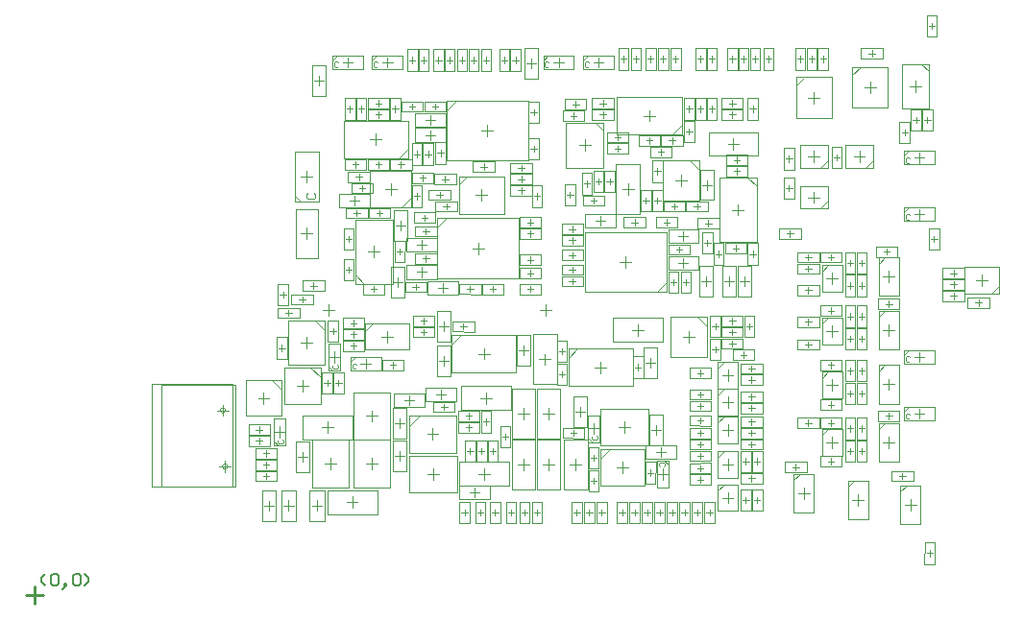
<source format=gbr>
%TF.GenerationSoftware,Altium Limited,Altium Designer,22.9.1 (49)*%
G04 Layer_Color=32768*
%FSLAX45Y45*%
%MOMM*%
%TF.SameCoordinates,1DF69D78-5120-4B12-B4B9-43D88C5B1DD9*%
%TF.FilePolarity,Positive*%
%TF.FileFunction,Other,Assembly_Notes*%
%TF.Part,Single*%
G01*
G75*
%TA.AperFunction,NonConductor*%
%ADD112C,0.20000*%
%ADD674C,0.10000*%
%ADD675C,0.25400*%
D112*
X93322Y83322D02*
X60000Y116645D01*
Y149967D01*
X93322Y183290D01*
X143306Y166629D02*
X159968Y183290D01*
X193290D01*
X209951Y166629D01*
Y99984D01*
X193290Y83322D01*
X159968D01*
X143306Y99984D01*
Y166629D01*
X259935Y66661D02*
X276597Y83322D01*
Y99984D01*
X259935D01*
Y83322D01*
X276597D01*
X259935Y66661D01*
X243274Y50000D01*
X343242Y166629D02*
X359903Y183290D01*
X393226D01*
X409887Y166629D01*
Y99984D01*
X393226Y83322D01*
X359903D01*
X343242Y99984D01*
Y166629D01*
X443210Y83322D02*
X476532Y116645D01*
Y149967D01*
X443210Y183290D01*
D674*
X1702361Y1135000D02*
G03*
X1702361Y1135000I-22361J0D01*
G01*
X1682361Y1630000D02*
G03*
X1682361Y1630000I-22361J0D01*
G01*
X6021369Y922923D02*
X6076369Y977925D01*
X6110000Y810000D02*
Y910000D01*
X6060000Y860000D02*
X6160000D01*
X6020000Y742721D02*
X6200000D01*
X6020000Y977856D02*
X6200000D01*
Y742721D02*
Y977856D01*
X6020000Y742721D02*
Y977856D01*
X6941369Y1412923D02*
X6996369Y1467925D01*
X7030000Y1300000D02*
Y1400000D01*
X6980000Y1350000D02*
X7080000D01*
X6940000Y1232721D02*
X7120000D01*
X6940000Y1467856D02*
X7120000D01*
Y1232721D02*
Y1467856D01*
X6940000Y1232721D02*
Y1467856D01*
X6941369Y2392923D02*
X6996369Y2447925D01*
X7030000Y2280000D02*
Y2380000D01*
X6980000Y2330000D02*
X7080000D01*
X6940000Y2212721D02*
X7120000D01*
X6940000Y2447856D02*
X7120000D01*
Y2212721D02*
Y2447856D01*
X6940000Y2212721D02*
Y2447856D01*
X6021369Y1762923D02*
X6076369Y1817925D01*
X6110000Y1650000D02*
Y1750000D01*
X6060000Y1700000D02*
X6160000D01*
X6020000Y1582721D02*
X6200000D01*
X6020000Y1817856D02*
X6200000D01*
Y1582721D02*
Y1817856D01*
X6020000Y1582721D02*
Y1817856D01*
X6021369Y2002923D02*
X6076369Y2057925D01*
X6110000Y1890000D02*
Y1990000D01*
X6060000Y1940000D02*
X6160000D01*
X6020000Y1822721D02*
X6200000D01*
X6020000Y2057856D02*
X6200000D01*
Y1822721D02*
Y2057856D01*
X6020000Y1822721D02*
Y2057856D01*
X6021369Y1212923D02*
X6076369Y1267925D01*
X6110000Y1100000D02*
Y1200000D01*
X6060000Y1150000D02*
X6160000D01*
X6020000Y1032721D02*
X6200000D01*
X6020000Y1267856D02*
X6200000D01*
Y1032721D02*
Y1267856D01*
X6020000Y1032721D02*
Y1267856D01*
X6021369Y1522923D02*
X6076369Y1577925D01*
X6110000Y1410000D02*
Y1510000D01*
X6060000Y1460000D02*
X6160000D01*
X6020000Y1342721D02*
X6200000D01*
X6020000Y1577856D02*
X6200000D01*
Y1342721D02*
Y1577856D01*
X6020000Y1342721D02*
Y1577856D01*
X6941369Y1917923D02*
X6996369Y1972925D01*
X7030000Y1805000D02*
Y1905000D01*
X6980000Y1855000D02*
X7080000D01*
X6940000Y1737721D02*
X7120000D01*
X6940000Y1972856D02*
X7120000D01*
Y1737721D02*
Y1972856D01*
X6940000Y1737721D02*
Y1972856D01*
X6941369Y2857898D02*
X6996369Y2912900D01*
X7030000Y2744975D02*
Y2844975D01*
X6980000Y2794975D02*
X7080000D01*
X6940000Y2677696D02*
X7120000D01*
X6940000Y2912831D02*
X7120000D01*
Y2677696D02*
Y2912831D01*
X6940000Y2677696D02*
Y2912831D01*
X7630000Y630000D02*
Y970000D01*
X7810000Y630000D02*
Y970000D01*
X7630000D02*
X7810000D01*
X7630000Y630000D02*
X7810000D01*
X7670000Y800000D02*
X7770000D01*
X7720000Y750000D02*
Y850000D01*
X7630000Y914999D02*
X7685000Y970002D01*
X7440000Y1690000D02*
Y2030000D01*
X7620000Y1690000D02*
Y2030000D01*
X7440000D02*
X7620000D01*
X7440000Y1690000D02*
X7620000D01*
X7480000Y1860000D02*
X7580000D01*
X7530000Y1810000D02*
Y1910000D01*
X7440000Y1975000D02*
X7495000Y2030003D01*
X7170000Y670000D02*
Y1010000D01*
X7350000Y670000D02*
Y1010000D01*
X7170000D02*
X7350000D01*
X7170000Y670000D02*
X7350000D01*
X7210000Y840000D02*
X7310000D01*
X7260000Y790000D02*
Y890000D01*
X7170000Y955000D02*
X7225000Y1010003D01*
X7440000Y2170000D02*
Y2510000D01*
X7620000Y2170000D02*
Y2510000D01*
X7440000D02*
X7620000D01*
X7440000Y2170000D02*
X7620000D01*
X7480000Y2340000D02*
X7580000D01*
X7530000Y2290000D02*
Y2390000D01*
X7440000Y2455000D02*
X7495000Y2510002D01*
X6690000Y730000D02*
Y1070000D01*
X6870000Y730000D02*
Y1070000D01*
X6690000D02*
X6870000D01*
X6690000Y730000D02*
X6870000D01*
X6730000Y900000D02*
X6830000D01*
X6780000Y850000D02*
Y950000D01*
X6690000Y1015000D02*
X6745000Y1070002D01*
X7440000Y2640000D02*
Y2980000D01*
X7620000Y2640000D02*
Y2980000D01*
X7440000D02*
X7620000D01*
X7440000Y2640000D02*
X7620000D01*
X7480000Y2810000D02*
X7580000D01*
X7530000Y2760000D02*
Y2860000D01*
X7440000Y2925000D02*
X7495000Y2980002D01*
X6995000Y3770000D02*
Y3970000D01*
X6745000D02*
X6995000D01*
X6745000Y3770000D02*
X6995000D01*
X6870000Y3820000D02*
Y3920001D01*
X6820000Y3870000D02*
X6920000D01*
X6745000Y3770000D02*
Y3970000D01*
X6925805Y3770000D02*
X6995000Y3839196D01*
X7440000Y1180000D02*
Y1520000D01*
X7620000Y1180000D02*
Y1520000D01*
X7440000D02*
X7620000D01*
X7440000Y1180000D02*
X7620000D01*
X7480000Y1350000D02*
X7580000D01*
X7530000Y1300000D02*
Y1400000D01*
X7440000Y1465000D02*
X7495000Y1520003D01*
X7395000Y3770000D02*
Y3970000D01*
X7145000D02*
X7395000D01*
X7145000Y3770000D02*
X7395000D01*
X7270000Y3820000D02*
Y3920000D01*
X7220000Y3870000D02*
X7320000D01*
X7145000Y3770000D02*
Y3970000D01*
X7325805Y3770000D02*
X7395000Y3839195D01*
X5540000Y3840000D02*
X5775463D01*
X5860000Y3755463D01*
Y3480000D02*
Y3755463D01*
X5540000Y3480000D02*
X5860000D01*
X5540000D02*
Y3840000D01*
X5700000Y3610000D02*
Y3710000D01*
X5650000Y3660000D02*
X5750000D01*
X5860000Y3730000D02*
Y3840000D01*
X5775463D02*
X5860000D01*
X6715000Y4210000D02*
Y4570000D01*
X7025000Y4210000D02*
Y4570000D01*
X6715000D02*
X7025000D01*
X6715000Y4210000D02*
X7025000D01*
X6820000Y4390000D02*
X6920000D01*
X6870000Y4340000D02*
Y4440000D01*
X6715140Y4497350D02*
X6784336Y4566545D01*
X7209998Y4300001D02*
Y4660001D01*
X7519998Y4300001D02*
Y4660001D01*
X7209998D02*
X7519998D01*
X7209998Y4300001D02*
X7519998D01*
X7314998Y4480001D02*
X7414998D01*
X7364998Y4430001D02*
Y4530001D01*
X7210138Y4587350D02*
X7279334Y4656546D01*
X3305000Y1475000D02*
Y1585000D01*
X3395000D01*
X3305000Y1255000D02*
Y1493904D01*
X3396096Y1585000D01*
X3715000D01*
Y1255000D02*
Y1585000D01*
X3510000Y1370000D02*
Y1470000D01*
X3460000Y1420000D02*
X3560000D01*
X3305000Y1255000D02*
X3715000D01*
X3960000Y2080000D02*
Y2180000D01*
X3910000Y2130000D02*
X4010000D01*
X3675000Y1965000D02*
X4245000D01*
Y2295000D01*
X3755964D02*
X4245000D01*
X3675000Y1965000D02*
Y2214036D01*
X3755964Y2295000D01*
X3675000D02*
X3755000D01*
X3675000Y2215000D02*
Y2295000D01*
X4985000Y1200000D02*
Y1290000D01*
X5375000Y970000D02*
Y1290000D01*
X4985000Y970000D02*
X5375000D01*
X5130000Y1130000D02*
X5230000D01*
X5180000Y1080000D02*
Y1180000D01*
X5071377Y1290000D02*
X5375000D01*
X4985000Y1203622D02*
X5071377Y1290000D01*
X4985000Y970000D02*
Y1203622D01*
Y1290000D02*
X5071377D01*
X4990000Y1960000D02*
Y2060000D01*
X4940001Y2010001D02*
X5040001D01*
X4705000Y1845001D02*
X5275000D01*
Y2175000D01*
X4785965D02*
X5275000D01*
X4705000Y1845001D02*
Y2094036D01*
X4785965Y2175000D01*
X4705000D02*
X4785000D01*
X4705000Y2095000D02*
Y2175000D01*
X2470000Y2425000D02*
X2560000D01*
X2240000Y2035000D02*
X2560000D01*
X2240000D02*
Y2425000D01*
X2400000Y2180000D02*
Y2280000D01*
X2350000Y2230000D02*
X2450000D01*
X2560000Y2035000D02*
Y2338622D01*
X2473622Y2425000D02*
X2560000Y2338622D01*
X2240000Y2425000D02*
X2473622D01*
X2560000Y2338622D02*
Y2425000D01*
X2914999Y2315000D02*
Y2395000D01*
X2994999D01*
X3109999Y2230000D02*
Y2330000D01*
X3059999Y2280000D02*
X3159999D01*
X2914999Y2165000D02*
X3304999D01*
Y2395000D01*
X2983907D02*
X3304999D01*
X2914999Y2326092D02*
X2983907Y2395000D01*
X2914999Y2165000D02*
Y2326092D01*
X5610000Y2460000D02*
X5845463D01*
X5930000Y2375463D01*
Y2100000D02*
Y2375463D01*
X5610000Y2100000D02*
X5930000D01*
X5610000D02*
Y2460000D01*
X5770000Y2230000D02*
Y2330000D01*
X5720000Y2280000D02*
X5820000D01*
X5930000Y2350000D02*
Y2460000D01*
X5845463D02*
X5930000D01*
X8200266Y2899551D02*
X8500265D01*
Y2725246D02*
Y2899551D01*
X8200266Y2659551D02*
Y2899551D01*
X8434571Y2659551D02*
X8500265Y2725246D01*
X8200266Y2659551D02*
X8434571D01*
X8350265Y2729551D02*
Y2829551D01*
X8300265Y2779551D02*
X8400265D01*
X8420266Y2659551D02*
X8500265D01*
Y2739551D01*
X7649378Y4295000D02*
X7879999D01*
X7649378D02*
Y4685422D01*
X7879999Y4295000D02*
Y4621158D01*
X7764999Y4440000D02*
Y4540000D01*
X7714999Y4490000D02*
X7814999D01*
X7816157Y4685000D02*
X7879999Y4621158D01*
X7649378Y4685000D02*
X7816157D01*
X7879999Y4605000D02*
Y4685000D01*
X7799999D02*
X7879999D01*
X6995000Y3410000D02*
Y3610000D01*
X6745000D02*
X6995000D01*
X6745000Y3410000D02*
X6995000D01*
X6870000Y3460000D02*
Y3560000D01*
X6820000Y3510000D02*
X6920000D01*
X6745000Y3410000D02*
Y3610000D01*
X6925805Y3410000D02*
X6995000Y3479195D01*
X3320000Y3504537D02*
Y3740000D01*
X3235463Y3420000D02*
X3320000Y3504537D01*
X2960000Y3420000D02*
X3235463D01*
X2960000D02*
Y3740000D01*
X3320000D01*
X3090000Y3580000D02*
X3190000D01*
X3140000Y3530000D02*
Y3630000D01*
X3210000Y3420000D02*
X3320000D01*
Y3504537D01*
X3550000Y3325000D02*
X3630000D01*
X3550000Y3240000D02*
Y3325000D01*
Y2795000D02*
Y3240000D01*
X3635000Y3325000D01*
X4270000D01*
X3910000Y3010000D02*
Y3110000D01*
X3860000Y3060000D02*
X3960000D01*
X3550000Y2795000D02*
X4270000D01*
Y3325000D01*
X3740000Y3615000D02*
Y3695000D01*
X3820000D01*
X3740000Y3365000D02*
X4140000D01*
X3890000Y3530000D02*
X3990000D01*
X3940000Y3480000D02*
Y3580000D01*
X4140000Y3365000D02*
Y3695000D01*
X3812465D02*
X4140000D01*
X3740000Y3622535D02*
X3812465Y3695000D01*
X3740000Y3365000D02*
Y3622535D01*
X2940000Y3030000D02*
X3040000D01*
X2990000Y2980000D02*
Y3080000D01*
X3155000Y2745000D02*
Y3315000D01*
X2825000D02*
X3155000D01*
X2825000Y2825964D02*
Y3315000D01*
X2905964Y2745000D02*
X3155000D01*
X2825000Y2825964D02*
X2905964Y2745000D01*
X2825000D02*
Y2825000D01*
Y2745000D02*
X2905000D01*
X3630000Y4365000D02*
X3710000D01*
X3630000Y4280000D02*
Y4365000D01*
Y3835000D02*
Y4280000D01*
X3715000Y4365000D01*
X4350000D01*
X3990000Y4050000D02*
Y4150000D01*
X3940000Y4100000D02*
X4040000D01*
X3630000Y3835000D02*
X4350000D01*
Y4365000D01*
X3010000Y3970000D02*
Y4070000D01*
X2960000Y4020000D02*
X3060000D01*
X2725000Y4185000D02*
X3295000D01*
X2725000Y3855000D02*
Y4185000D01*
Y3855000D02*
X3214036D01*
X3295000Y3935964D02*
Y4185000D01*
X3214036Y3855000D02*
X3295000Y3935964D01*
X3215000Y3855000D02*
X3295000D01*
Y3935000D01*
X5490000Y2675000D02*
X5570000D01*
Y2760000D01*
Y3205000D01*
X5485000Y2675000D02*
X5570000Y2760000D01*
X4850000Y2675000D02*
X5485000D01*
X5210000Y2890000D02*
Y2990000D01*
X5160000Y2940000D02*
X5260000D01*
X4850000Y3205000D02*
X5570000D01*
X4850000Y2675000D02*
Y3205000D01*
X6150000Y3400000D02*
X6250000D01*
X6200000Y3350000D02*
Y3450000D01*
X6035000Y3115000D02*
Y3685000D01*
Y3115000D02*
X6365000D01*
Y3604036D01*
X6035000Y3685000D02*
X6284036D01*
X6365000Y3604036D01*
Y3605000D02*
Y3685000D01*
X6285000D02*
X6365000D01*
X4935000Y4170000D02*
X5015000D01*
Y4090000D02*
Y4170000D01*
X4685000Y3770000D02*
Y4170000D01*
X4850000Y3920000D02*
Y4020000D01*
X4800000Y3970000D02*
X4900000D01*
X4685000Y3770000D02*
X5015000D01*
Y4097535D01*
X4942535Y4170000D02*
X5015000Y4097535D01*
X4685000Y4170000D02*
X4942535D01*
X5420000Y4180000D02*
Y4280000D01*
X5370000Y4230000D02*
X5470000D01*
X5135000Y4395000D02*
X5705000D01*
X5135000Y4065000D02*
Y4395000D01*
Y4065000D02*
X5624036D01*
X5705000Y4145964D02*
Y4395000D01*
X5624036Y4065000D02*
X5705000Y4145964D01*
X5625000Y4065000D02*
X5705000D01*
Y4145000D01*
X2090000Y1900000D02*
X2180000D01*
Y1810000D02*
Y1900000D01*
Y1580000D02*
Y1810000D01*
X2090000Y1900000D02*
X2180000Y1810000D01*
X1860000Y1900000D02*
X2090000D01*
X1970000Y1740000D02*
X2070000D01*
X2020000Y1690000D02*
Y1790000D01*
X1860000Y1580000D02*
Y1900000D01*
Y1580000D02*
X2180000D01*
X2430000Y2010000D02*
X2520000D01*
Y1920000D02*
Y2010000D01*
Y1690000D02*
Y1920000D01*
X2430000Y2010000D02*
X2520000Y1920000D01*
X2200000Y2010000D02*
X2430000D01*
X2310000Y1850000D02*
X2410000D01*
X2360000Y1800000D02*
Y1900000D01*
X2200000Y1690000D02*
Y2010000D01*
Y1690000D02*
X2520000D01*
X2460000Y2702500D02*
Y2757500D01*
X2432500Y2730000D02*
X2487500D01*
X2365000Y2775000D02*
X2555000D01*
X2365000Y2685000D02*
X2555000D01*
X2365000D02*
Y2775000D01*
X2555000Y2685000D02*
Y2775000D01*
X5940000Y3252500D02*
Y3307500D01*
X5912500Y3280000D02*
X5967500D01*
X5845000Y3325000D02*
X6035000D01*
X5845000Y3235000D02*
X6035000D01*
X5845000D02*
Y3325000D01*
X6035000Y3235000D02*
Y3325000D01*
X5915000Y4195000D02*
Y4385000D01*
X5825000D02*
X5915000D01*
X5825000Y4195000D02*
X5915000D01*
X5825000D02*
Y4385000D01*
X5870000Y4262500D02*
Y4317500D01*
X5842500Y4290000D02*
X5897500D01*
X6055000Y4285000D02*
X6245000D01*
X6055000Y4195000D02*
Y4285000D01*
X6245000Y4195000D02*
Y4285000D01*
X6055000Y4195000D02*
X6245000D01*
X6122500Y4240000D02*
X6177500D01*
X6150000Y4212500D02*
Y4267500D01*
X5925000Y4195000D02*
Y4385000D01*
Y4195000D02*
X6015000D01*
X5925000Y4385000D02*
X6015000D01*
Y4195000D02*
Y4385000D01*
X5970000Y4262500D02*
Y4317500D01*
X5942500Y4290000D02*
X5997500D01*
X6515000Y4635000D02*
Y4825000D01*
X6425000D02*
X6515000D01*
X6425000Y4635000D02*
X6515000D01*
X6425000D02*
Y4825000D01*
X6470000Y4702500D02*
Y4757500D01*
X6442500Y4730000D02*
X6497500D01*
X6305000Y4635000D02*
Y4825000D01*
Y4635000D02*
X6395000D01*
X6305000Y4825000D02*
X6395000D01*
Y4635000D02*
Y4825000D01*
X6350000Y4702500D02*
Y4757500D01*
X6322500Y4730000D02*
X6377500D01*
X6295000Y4635000D02*
Y4825000D01*
X6205000D02*
X6295000D01*
X6205000Y4635000D02*
X6295000D01*
X6205000D02*
Y4825000D01*
X6250000Y4702500D02*
Y4757500D01*
X6222500Y4730000D02*
X6277500D01*
X6105000Y4635000D02*
Y4825000D01*
Y4635000D02*
X6195000D01*
X6105000Y4825000D02*
X6195000D01*
Y4635000D02*
Y4825000D01*
X6150000Y4702500D02*
Y4757500D01*
X6122500Y4730000D02*
X6177500D01*
X6225000Y1695000D02*
X6415000D01*
X6225000Y1605000D02*
Y1695000D01*
X6415000Y1605000D02*
Y1695000D01*
X6225000Y1605000D02*
X6415000D01*
X6292500Y1650000D02*
X6347500D01*
X6320000Y1622500D02*
Y1677500D01*
X6225000Y1085000D02*
Y1275000D01*
Y1085000D02*
X6315000D01*
X6225000Y1275000D02*
X6315000D01*
Y1085000D02*
Y1275000D01*
X6270000Y1152500D02*
Y1207500D01*
X6242500Y1180000D02*
X6297500D01*
X6225000Y1475000D02*
X6415000D01*
X6225000Y1385000D02*
Y1475000D01*
X6415000Y1385000D02*
Y1475000D01*
X6225000Y1385000D02*
X6415000D01*
X6292500Y1430000D02*
X6347500D01*
X6320000Y1402500D02*
Y1457500D01*
X7234999Y1175000D02*
Y1365000D01*
X7145000D02*
X7234999D01*
X7145000Y1175000D02*
X7234999D01*
X7145000D02*
Y1365000D01*
X7190000Y1242500D02*
Y1297500D01*
X7162500Y1270000D02*
X7217500D01*
X6225000Y1945000D02*
X6415000D01*
X6225000Y1855000D02*
Y1945000D01*
X6415000Y1855000D02*
Y1945000D01*
X6225000Y1855000D02*
X6415000D01*
X6292500Y1900000D02*
X6347500D01*
X6320000Y1872500D02*
Y1927500D01*
X7145000Y1885000D02*
Y2075000D01*
Y1885000D02*
X7234999D01*
X7145000Y2075000D02*
X7234999D01*
Y1885000D02*
Y2075000D01*
X7190000Y1952501D02*
Y2007500D01*
X7162500Y1980000D02*
X7217500D01*
X7235000Y2165000D02*
Y2355000D01*
X7145000D02*
X7235000D01*
X7145000Y2165000D02*
X7235000D01*
X7145000D02*
Y2355000D01*
X7190000Y2232500D02*
Y2287500D01*
X7162500Y2260000D02*
X7217500D01*
X7145000Y2365000D02*
Y2555000D01*
Y2365000D02*
X7235000D01*
X7145000Y2555000D02*
X7235000D01*
Y2365000D02*
Y2555000D01*
X7190000Y2432500D02*
Y2487500D01*
X7162500Y2460000D02*
X7217500D01*
X7234999Y2635000D02*
Y2825000D01*
X7145000D02*
X7234999D01*
X7145000Y2635000D02*
X7234999D01*
X7145000D02*
Y2825000D01*
X7190000Y2702500D02*
Y2757500D01*
X7162500Y2730000D02*
X7217500D01*
X7145000Y2835000D02*
Y3025000D01*
Y2835000D02*
X7234999D01*
X7145000Y3025000D02*
X7234999D01*
Y2835000D02*
Y3025000D01*
X7190000Y2902500D02*
Y2957500D01*
X7162500Y2930000D02*
X7217500D01*
X8005000Y2685000D02*
X8195000D01*
X8005000Y2595000D02*
Y2685000D01*
X8195000Y2595000D02*
Y2685000D01*
X8005000Y2595000D02*
X8195000D01*
X8072500Y2640000D02*
X8127500D01*
X8100000Y2612500D02*
Y2667500D01*
X8005000Y2785000D02*
X8195000D01*
X8005000Y2695000D02*
Y2785000D01*
X8195000Y2695000D02*
Y2785000D01*
X8005000Y2695000D02*
X8195000D01*
X8072500Y2740000D02*
X8127500D01*
X8100000Y2712500D02*
Y2767500D01*
X3735000Y1535000D02*
X3925000D01*
Y1625000D01*
X3735000Y1535000D02*
Y1625000D01*
X3925000D01*
X3802500Y1580000D02*
X3857500D01*
X3830000Y1552500D02*
Y1607500D01*
X3735000Y1525000D02*
X3925000D01*
X3735000Y1435000D02*
Y1525000D01*
X3925000Y1435000D02*
Y1525000D01*
X3735000Y1435000D02*
X3925000D01*
X3802500Y1480000D02*
X3857500D01*
X3830000Y1452500D02*
Y1507500D01*
X4025000Y1435000D02*
Y1625000D01*
X3935000D02*
X4025000D01*
X3935000Y1435000D02*
X4025000D01*
X3935000D02*
Y1625000D01*
X3980000Y1502500D02*
Y1557500D01*
X3952500Y1530000D02*
X4007500D01*
X3985000Y1175000D02*
Y1365000D01*
X3895000D02*
X3985000D01*
X3895000Y1175000D02*
X3985000D01*
X3895000D02*
Y1365000D01*
X3940000Y1242500D02*
Y1297500D01*
X3912500Y1270000D02*
X3967500D01*
X1885000Y1415000D02*
X2075000D01*
Y1505000D01*
X1885000Y1415000D02*
Y1505000D01*
X2075000D01*
X1952500Y1460000D02*
X2007500D01*
X1980000Y1432500D02*
Y1487500D01*
X3065000Y2075000D02*
X3255000D01*
X3065000Y1985000D02*
Y2075000D01*
X3255000Y1985000D02*
Y2075000D01*
X3065000Y1985000D02*
X3255000D01*
X3132500Y2030000D02*
X3187500D01*
X3160000Y2002500D02*
Y2057500D01*
X4885000Y915000D02*
Y1105000D01*
Y915000D02*
X4975000D01*
X4885000Y1105000D02*
X4975000D01*
Y915000D02*
Y1105000D01*
X4930000Y982500D02*
Y1037500D01*
X4902500Y1010000D02*
X4957500D01*
X4885000Y1115000D02*
Y1305000D01*
Y1115000D02*
X4975000D01*
X4885000Y1305000D02*
X4975000D01*
Y1115000D02*
Y1305000D01*
X4930000Y1182500D02*
Y1237500D01*
X4902500Y1210000D02*
X4957500D01*
X3515000Y4625000D02*
Y4815000D01*
Y4625000D02*
X3605000D01*
X3515000Y4815000D02*
X3605000D01*
Y4625000D02*
Y4815000D01*
X3560000Y4692500D02*
Y4747500D01*
X3532500Y4720000D02*
X3587500D01*
X2225000Y2085000D02*
Y2275000D01*
X2135000D02*
X2225000D01*
X2135000Y2085000D02*
X2225000D01*
X2135000D02*
Y2275000D01*
X2180000Y2152500D02*
Y2207500D01*
X2152500Y2180000D02*
X2207500D01*
X2235000Y2555000D02*
Y2745000D01*
X2145000D02*
X2235000D01*
X2145000Y2555000D02*
X2235000D01*
X2145000D02*
Y2745000D01*
X2190000Y2622500D02*
Y2677500D01*
X2162500Y2650000D02*
X2217500D01*
X1945000Y1195000D02*
X2135000D01*
X1945000Y1105000D02*
Y1195000D01*
X2135000Y1105000D02*
Y1195000D01*
X1945000Y1105000D02*
X2135000D01*
X2012500Y1150000D02*
X2067500D01*
X2040000Y1122500D02*
Y1177500D01*
X2145000Y2445000D02*
X2335000D01*
Y2535000D01*
X2145000Y2445000D02*
Y2535000D01*
X2335000D01*
X2212500Y2490000D02*
X2267500D01*
X2240000Y2462500D02*
Y2517500D01*
X2535000Y1775000D02*
Y1965000D01*
Y1775000D02*
X2625000D01*
X2535000Y1965000D02*
X2625000D01*
Y1775000D02*
Y1965000D01*
X2580000Y1842500D02*
Y1897500D01*
X2552500Y1870000D02*
X2607500D01*
X1945000Y1294999D02*
X2135000D01*
X1945000Y1205000D02*
Y1294999D01*
X2135000Y1205000D02*
Y1294999D01*
X1945000Y1205000D02*
X2135000D01*
X2012500Y1250000D02*
X2067500D01*
X2040000Y1222499D02*
Y1277500D01*
X2715000Y2445000D02*
X2905000D01*
X2715000Y2355000D02*
Y2445000D01*
X2905000Y2355000D02*
Y2445000D01*
X2715000Y2355000D02*
X2905000D01*
X2782500Y2400000D02*
X2837500D01*
X2810000Y2372500D02*
Y2427500D01*
X2715000Y2345000D02*
X2905000D01*
X2715000Y2255000D02*
Y2345000D01*
X2905000Y2255000D02*
Y2345000D01*
X2715000Y2255000D02*
X2905000D01*
X2782500Y2300000D02*
X2837500D01*
X2810000Y2272500D02*
Y2327500D01*
X5145000Y4635000D02*
Y4825000D01*
Y4635000D02*
X5235000D01*
X5145000Y4825000D02*
X5235000D01*
Y4635000D02*
Y4825000D01*
X5190000Y4702500D02*
Y4757500D01*
X5162500Y4730000D02*
X5217500D01*
X3285000Y4625000D02*
Y4815000D01*
Y4625000D02*
X3375000D01*
X3285000Y4815000D02*
X3375000D01*
Y4625000D02*
Y4815000D01*
X3330000Y4692500D02*
Y4747500D01*
X3302500Y4720000D02*
X3357500D01*
X5255000Y4635000D02*
Y4825000D01*
Y4635000D02*
X5345000D01*
X5255000Y4825000D02*
X5345000D01*
Y4635000D02*
Y4825000D01*
X5300000Y4702500D02*
Y4757500D01*
X5272500Y4730000D02*
X5327500D01*
X3385000Y4625000D02*
Y4815000D01*
Y4625000D02*
X3475000D01*
X3385000Y4815000D02*
X3475000D01*
Y4625000D02*
Y4815000D01*
X3430000Y4692500D02*
Y4747500D01*
X3402500Y4720000D02*
X3457500D01*
X2715000Y2155000D02*
X2905000D01*
Y2245000D01*
X2715000Y2155000D02*
Y2245000D01*
X2905000D01*
X2782500Y2200000D02*
X2837500D01*
X2810000Y2172500D02*
Y2227500D01*
X3335000Y2275000D02*
X3525000D01*
Y2365000D01*
X3335000Y2275000D02*
Y2365000D01*
X3525000D01*
X3402500Y2320000D02*
X3457500D01*
X3430000Y2292500D02*
Y2347500D01*
X4275000Y636000D02*
Y826000D01*
Y636000D02*
X4365000D01*
X4275000Y826000D02*
X4365000D01*
Y636000D02*
Y826000D01*
X4320000Y703500D02*
Y758500D01*
X4292500Y731000D02*
X4347500D01*
X4385000Y636000D02*
Y826000D01*
Y636000D02*
X4475000D01*
X4385000Y826000D02*
X4475000D01*
Y636000D02*
Y826000D01*
X4430000Y703500D02*
Y758500D01*
X4402500Y731000D02*
X4457500D01*
X6015000Y4635000D02*
Y4825000D01*
X5925000D02*
X6015000D01*
X5925000Y4635000D02*
X6015000D01*
X5925000D02*
Y4825000D01*
X5970000Y4702500D02*
Y4757500D01*
X5942500Y4730000D02*
X5997500D01*
X5915000Y4635000D02*
Y4825000D01*
X5825000D02*
X5915000D01*
X5825000Y4635000D02*
X5915000D01*
X5825000D02*
Y4825000D01*
X5870000Y4702500D02*
Y4757500D01*
X5842500Y4730000D02*
X5897500D01*
X5905000Y635000D02*
Y825000D01*
Y635000D02*
X5995000D01*
X5905000Y825000D02*
X5995000D01*
Y635000D02*
Y825000D01*
X5950000Y702500D02*
Y757500D01*
X5922500Y730000D02*
X5977500D01*
X6055000Y2365000D02*
X6245000D01*
X6055000Y2275000D02*
Y2365000D01*
X6245000Y2275000D02*
Y2365000D01*
X6055000Y2275000D02*
X6245000D01*
X6122500Y2320000D02*
X6177500D01*
X6150000Y2292500D02*
Y2347500D01*
X5775000Y1625000D02*
X5965000D01*
Y1715000D01*
X5775000Y1625000D02*
Y1715000D01*
X5965000D01*
X5842500Y1670000D02*
X5897500D01*
X5870000Y1642500D02*
Y1697500D01*
X5795000Y635000D02*
Y825000D01*
Y635000D02*
X5885000D01*
X5795000Y825000D02*
X5885000D01*
Y635000D02*
Y825000D01*
X5840000Y702500D02*
Y757500D01*
X5812500Y730000D02*
X5867500D01*
X6925000Y1135000D02*
X7115000D01*
Y1225000D01*
X6925000Y1135000D02*
Y1225000D01*
X7115000D01*
X6992500Y1180000D02*
X7047500D01*
X7020000Y1152500D02*
Y1207500D01*
X5775000Y1285000D02*
X5965000D01*
Y1375000D01*
X5775000Y1285000D02*
Y1375000D01*
X5965000D01*
X5842500Y1330000D02*
X5897500D01*
X5870000Y1302500D02*
Y1357500D01*
X6705000Y4635000D02*
Y4825000D01*
Y4635000D02*
X6795000D01*
X6705000Y4825000D02*
X6795000D01*
Y4635000D02*
Y4825000D01*
X6750000Y4702500D02*
Y4757500D01*
X6722500Y4730000D02*
X6777500D01*
X6805000Y4635000D02*
Y4825000D01*
Y4635000D02*
X6895000D01*
X6805000Y4825000D02*
X6895000D01*
Y4635000D02*
Y4825000D01*
X6850000Y4702500D02*
Y4757500D01*
X6822500Y4730000D02*
X6877500D01*
X5685000Y635000D02*
Y825000D01*
Y635000D02*
X5775000D01*
X5685000Y825000D02*
X5775000D01*
Y635000D02*
Y825000D01*
X5730000Y702500D02*
Y757500D01*
X5702500Y730000D02*
X5757500D01*
X5575000Y635000D02*
Y825000D01*
Y635000D02*
X5665000D01*
X5575000Y825000D02*
X5665000D01*
Y635000D02*
Y825000D01*
X5620000Y702500D02*
Y757500D01*
X5592500Y730000D02*
X5647500D01*
X5555000Y635000D02*
Y825000D01*
X5465000D02*
X5555000D01*
X5465000Y635000D02*
X5555000D01*
X5465000D02*
Y825000D01*
X5510000Y702500D02*
Y757500D01*
X5482500Y730000D02*
X5537500D01*
X5355000Y635000D02*
Y825000D01*
Y635000D02*
X5445000D01*
X5355000Y825000D02*
X5445000D01*
Y635000D02*
Y825000D01*
X5400000Y702500D02*
Y757500D01*
X5372500Y730000D02*
X5427500D01*
X5585000Y4635000D02*
Y4825000D01*
X5495000D02*
X5585000D01*
X5495000Y4635000D02*
X5585000D01*
X5495000D02*
Y4825000D01*
X5540000Y4702500D02*
Y4757500D01*
X5512500Y4730000D02*
X5567500D01*
X5245000Y635000D02*
Y825000D01*
Y635000D02*
X5335000D01*
X5245000Y825000D02*
X5335000D01*
Y635000D02*
Y825000D01*
X5290000Y702500D02*
Y757500D01*
X5262500Y730000D02*
X5317500D01*
X5135000Y635000D02*
Y825000D01*
Y635000D02*
X5225000D01*
X5135000Y825000D02*
X5225000D01*
Y635000D02*
Y825000D01*
X5180000Y702500D02*
Y757500D01*
X5152500Y730000D02*
X5207500D01*
X5385000Y4635000D02*
Y4825000D01*
Y4635000D02*
X5475000D01*
X5385000Y4825000D02*
X5475000D01*
Y4635000D02*
Y4825000D01*
X5430000Y4702500D02*
Y4757500D01*
X5402500Y4730000D02*
X5457500D01*
X4955000Y635000D02*
Y825000D01*
Y635000D02*
X5045000D01*
X4955000Y825000D02*
X5045000D01*
Y635000D02*
Y825000D01*
X5000000Y702500D02*
Y757500D01*
X4972500Y730000D02*
X5027500D01*
X5695000Y4635000D02*
Y4825000D01*
X5605000D02*
X5695000D01*
X5605000Y4635000D02*
X5695000D01*
X5605000D02*
Y4825000D01*
X5650000Y4702500D02*
Y4757500D01*
X5622500Y4730000D02*
X5677500D01*
X4845000Y635000D02*
Y825000D01*
Y635000D02*
X4935000D01*
X4845000Y825000D02*
X4935000D01*
Y635000D02*
Y825000D01*
X4890000Y702500D02*
Y757500D01*
X4862500Y730000D02*
X4917500D01*
X4015000Y635000D02*
Y825000D01*
Y635000D02*
X4105000D01*
X4015000Y825000D02*
X4105000D01*
Y635000D02*
Y825000D01*
X4060000Y702500D02*
Y757500D01*
X4032500Y730000D02*
X4087500D01*
X3975000Y636000D02*
Y826000D01*
X3885000D02*
X3975000D01*
X3885000Y636000D02*
X3975000D01*
X3885000D02*
Y826000D01*
X3930000Y703500D02*
Y758500D01*
X3902500Y731000D02*
X3957500D01*
X4285000Y4625000D02*
Y4815000D01*
X4195000D02*
X4285000D01*
X4195000Y4625000D02*
X4285000D01*
X4195000D02*
Y4815000D01*
X4240000Y4692500D02*
Y4747500D01*
X4212500Y4720000D02*
X4267500D01*
X4095000Y4625000D02*
Y4815000D01*
Y4625000D02*
X4185000D01*
X4095000Y4815000D02*
X4185000D01*
Y4625000D02*
Y4815000D01*
X4140000Y4692500D02*
Y4747500D01*
X4112500Y4720000D02*
X4167500D01*
X4025000Y4625000D02*
Y4815000D01*
X3935000D02*
X4025000D01*
X3935000Y4625000D02*
X4025000D01*
X3935000D02*
Y4815000D01*
X3980000Y4692500D02*
Y4747500D01*
X3952500Y4720000D02*
X4007500D01*
X3825000Y4625000D02*
Y4815000D01*
Y4625000D02*
X3915000D01*
X3825000Y4815000D02*
X3915000D01*
Y4625000D02*
Y4815000D01*
X3870000Y4692500D02*
Y4747500D01*
X3842500Y4720000D02*
X3897500D01*
X3815000Y4625000D02*
Y4815000D01*
X3725000D02*
X3815000D01*
X3725000Y4625000D02*
X3815000D01*
X3725000D02*
Y4815000D01*
X3770000Y4692500D02*
Y4747500D01*
X3742500Y4720000D02*
X3797500D01*
X6055000Y2465000D02*
X6245000D01*
X6055000Y2375000D02*
Y2465000D01*
X6245000Y2375000D02*
Y2465000D01*
X6055000Y2375000D02*
X6245000D01*
X6122500Y2420000D02*
X6177500D01*
X6150000Y2392500D02*
Y2447500D01*
X7715000Y3985000D02*
Y4175000D01*
X7625000D02*
X7715000D01*
X7625000Y3985000D02*
X7715000D01*
X7625000D02*
Y4175000D01*
X7670000Y4052500D02*
Y4107500D01*
X7642500Y4080000D02*
X7697500D01*
X7815000Y4095000D02*
Y4285000D01*
X7725000D02*
X7815000D01*
X7725000Y4095000D02*
X7815000D01*
X7725000D02*
Y4285000D01*
X7770000Y4162500D02*
Y4217500D01*
X7742500Y4190000D02*
X7797500D01*
X6925000Y1635000D02*
X7115000D01*
Y1725000D01*
X6925000Y1635000D02*
Y1725000D01*
X7115000D01*
X6992500Y1680000D02*
X7047500D01*
X7020000Y1652500D02*
Y1707500D01*
X6325000Y745000D02*
Y935000D01*
Y745000D02*
X6415000D01*
X6325000Y935000D02*
X6415000D01*
Y745000D02*
Y935000D01*
X6370000Y812500D02*
Y867500D01*
X6342500Y840000D02*
X6397500D01*
X6315000Y745000D02*
Y935000D01*
X6225000D02*
X6315000D01*
X6225000Y745000D02*
X6315000D01*
X6225000D02*
Y935000D01*
X6270000Y812500D02*
Y867500D01*
X6242500Y840000D02*
X6297500D01*
X5775000Y1065000D02*
X5965000D01*
X5775000Y975000D02*
Y1065000D01*
X5965000Y975000D02*
Y1065000D01*
X5775000Y975000D02*
X5965000D01*
X5842500Y1020000D02*
X5897500D01*
X5870000Y992500D02*
Y1047500D01*
X6225000Y1375000D02*
X6415000D01*
X6225000Y1285000D02*
Y1375000D01*
X6415000Y1285000D02*
Y1375000D01*
X6225000Y1285000D02*
X6415000D01*
X6292500Y1330000D02*
X6347500D01*
X6320000Y1302500D02*
Y1357500D01*
X5775000Y1385000D02*
X5965000D01*
Y1475000D01*
X5775000Y1385000D02*
Y1475000D01*
X5965000D01*
X5842500Y1430000D02*
X5897500D01*
X5870000Y1402500D02*
Y1457500D01*
X6415000Y1085000D02*
Y1275000D01*
X6325000D02*
X6415000D01*
X6325000Y1085000D02*
X6415000D01*
X6325000D02*
Y1275000D01*
X6370000Y1152500D02*
Y1207500D01*
X6342500Y1180000D02*
X6397500D01*
X4245000Y635000D02*
Y825000D01*
X4155000D02*
X4245000D01*
X4155000Y635000D02*
X4245000D01*
X4155000D02*
Y825000D01*
X4200000Y702500D02*
Y757500D01*
X4172500Y730000D02*
X4227500D01*
X3835000Y635000D02*
Y825000D01*
X3745000D02*
X3835000D01*
X3745000Y635000D02*
X3835000D01*
X3745000D02*
Y825000D01*
X3790000Y702500D02*
Y757500D01*
X3762500Y730000D02*
X3817500D01*
X5775000Y1725000D02*
X5965000D01*
Y1815000D01*
X5775000Y1725000D02*
Y1815000D01*
X5965000D01*
X5842500Y1770000D02*
X5897500D01*
X5870000Y1742500D02*
Y1797500D01*
X6225000Y1955000D02*
X6415000D01*
Y2045000D01*
X6225000Y1955000D02*
Y2045000D01*
X6415000D01*
X6292500Y2000000D02*
X6347500D01*
X6320000Y1972500D02*
Y2027500D01*
X4825000Y635000D02*
Y825000D01*
X4735000D02*
X4825000D01*
X4735000Y635000D02*
X4825000D01*
X4735000D02*
Y825000D01*
X4780000Y702500D02*
Y757500D01*
X4752500Y730000D02*
X4807500D01*
X7245000Y1175000D02*
Y1365000D01*
Y1175000D02*
X7335000D01*
X7245000Y1365000D02*
X7335000D01*
Y1175000D02*
Y1365000D01*
X7290000Y1242500D02*
Y1297500D01*
X7262500Y1270000D02*
X7317500D01*
X7335000Y1375000D02*
Y1565000D01*
X7245000D02*
X7335000D01*
X7245000Y1375000D02*
X7335000D01*
X7245000D02*
Y1565000D01*
X7290000Y1442500D02*
Y1497500D01*
X7262500Y1470000D02*
X7317500D01*
X7145000Y1375000D02*
Y1565000D01*
Y1375000D02*
X7234999D01*
X7145000Y1565000D02*
X7234999D01*
Y1375000D02*
Y1565000D01*
X7190000Y1442501D02*
Y1497500D01*
X7162500Y1470000D02*
X7217500D01*
X7245000Y1685000D02*
Y1875000D01*
Y1685000D02*
X7335000D01*
X7245000Y1875000D02*
X7335000D01*
Y1685000D02*
Y1875000D01*
X7290000Y1752500D02*
Y1807500D01*
X7262500Y1780000D02*
X7317500D01*
X7234999Y1685000D02*
Y1875000D01*
X7145000D02*
X7234999D01*
X7145000Y1685000D02*
X7234999D01*
X7145000D02*
Y1875000D01*
X7190000Y1752500D02*
Y1807500D01*
X7162500Y1780000D02*
X7217500D01*
X7335000Y1885000D02*
Y2075000D01*
X7245000D02*
X7335000D01*
X7245000Y1885000D02*
X7335000D01*
X7245000D02*
Y2075000D01*
X7290000Y1952500D02*
Y2007500D01*
X7262500Y1980000D02*
X7317500D01*
X7245000Y2165000D02*
Y2355000D01*
Y2165000D02*
X7335000D01*
X7245000Y2355000D02*
X7335000D01*
Y2165000D02*
Y2355000D01*
X7290000Y2232500D02*
Y2287500D01*
X7262500Y2260000D02*
X7317500D01*
X6725000Y2165000D02*
X6915000D01*
Y2255000D01*
X6725000Y2165000D02*
Y2255000D01*
X6915000D01*
X6792500Y2210000D02*
X6847500D01*
X6820000Y2182500D02*
Y2237500D01*
X7335000Y2365000D02*
Y2555000D01*
X7245000D02*
X7335000D01*
X7245000Y2365000D02*
X7335000D01*
X7245000D02*
Y2555000D01*
X7290000Y2432500D02*
Y2487500D01*
X7262500Y2460000D02*
X7317500D01*
X6725000Y2365000D02*
X6915000D01*
Y2455000D01*
X6725000Y2365000D02*
Y2455000D01*
X6915000D01*
X6792500Y2410000D02*
X6847500D01*
X6820000Y2382500D02*
Y2437500D01*
X7245000Y2635000D02*
Y2825000D01*
Y2635000D02*
X7335000D01*
X7245000Y2825000D02*
X7335000D01*
Y2635000D02*
Y2825000D01*
X7290000Y2702500D02*
Y2757500D01*
X7262500Y2730000D02*
X7317500D01*
X6725000Y2645000D02*
X6915000D01*
Y2735000D01*
X6725000Y2645000D02*
Y2735000D01*
X6915000D01*
X6792499Y2690000D02*
X6847499D01*
X6820000Y2662500D02*
Y2717500D01*
X7335000Y2835000D02*
Y3025000D01*
X7245000D02*
X7335000D01*
X7245000Y2835000D02*
X7335000D01*
X7245000D02*
Y3025000D01*
X7290000Y2902500D02*
Y2957500D01*
X7262500Y2930000D02*
X7317500D01*
X6725000Y2835000D02*
X6915000D01*
Y2925000D01*
X6725000Y2835000D02*
Y2925000D01*
X6915000D01*
X6792499Y2880000D02*
X6847499D01*
X6820000Y2852500D02*
Y2907500D01*
X2895000Y2655000D02*
X3085000D01*
Y2745000D01*
X2895000Y2655000D02*
Y2745000D01*
X3085000D01*
X2962500Y2700000D02*
X3017500D01*
X2990000Y2672500D02*
Y2727500D01*
X3535000Y3385000D02*
X3725000D01*
Y3475000D01*
X3535000Y3385000D02*
Y3475000D01*
X3725000D01*
X3602500Y3430000D02*
X3657500D01*
X3630000Y3402500D02*
Y3457500D01*
X3475000Y3485000D02*
X3665000D01*
Y3575000D01*
X3475000Y3485000D02*
Y3575000D01*
X3665000D01*
X3542500Y3530000D02*
X3597500D01*
X3570000Y3502500D02*
Y3557500D01*
X4275000Y3005000D02*
X4465000D01*
X4275000Y2915000D02*
Y3005000D01*
X4465000Y2915000D02*
Y3005000D01*
X4275000Y2915000D02*
X4465000D01*
X4342500Y2960000D02*
X4397500D01*
X4370000Y2932500D02*
Y2987500D01*
X1885000Y1315000D02*
X2075000D01*
Y1405000D01*
X1885000Y1315000D02*
Y1405000D01*
X2075000D01*
X1952500Y1360000D02*
X2007500D01*
X1980000Y1332500D02*
Y1387500D01*
X3525000Y3625000D02*
X3715000D01*
Y3715000D01*
X3525000Y3625000D02*
Y3715000D01*
X3715000D01*
X3592500Y3670000D02*
X3647500D01*
X3620000Y3642500D02*
Y3697500D01*
X6565000Y3235000D02*
X6755000D01*
X6565000Y3145000D02*
Y3235000D01*
X6755000Y3145000D02*
Y3235000D01*
X6565000Y3145000D02*
X6755000D01*
X6632500Y3190000D02*
X6687500D01*
X6660000Y3162500D02*
Y3217500D01*
X3945000Y2655000D02*
X4135000D01*
Y2745000D01*
X3945000Y2655000D02*
Y2745000D01*
X4135000D01*
X4012500Y2700000D02*
X4067500D01*
X4040000Y2672500D02*
Y2727500D01*
X2350000Y3190000D02*
X2450000D01*
X2400000Y3140000D02*
Y3240000D01*
X2300000Y2974161D02*
X2500000D01*
Y3405132D01*
X2300000Y2974161D02*
Y3405132D01*
X2500000D01*
X2765000Y3645000D02*
X2955000D01*
Y3735000D01*
X2765000Y3645000D02*
Y3735000D01*
X2955000D01*
X2832500Y3690000D02*
X2887500D01*
X2860000Y3662500D02*
Y3717500D01*
X2935000Y4295000D02*
X3125000D01*
Y4385000D01*
X2935000Y4295000D02*
Y4385000D01*
X3125000D01*
X3002500Y4340000D02*
X3057500D01*
X3030000Y4312500D02*
Y4367500D01*
X6055000Y4385000D02*
X6245000D01*
X6055000Y4295000D02*
Y4385000D01*
X6245000Y4295000D02*
Y4385000D01*
X6055000Y4295000D02*
X6245000D01*
X6122500Y4340000D02*
X6177500D01*
X6150000Y4312500D02*
Y4367500D01*
X4445000Y3845000D02*
Y4035000D01*
X4355000D02*
X4445000D01*
X4355000Y3845000D02*
X4445000D01*
X4355000D02*
Y4035000D01*
X4400000Y3912500D02*
Y3967500D01*
X4372500Y3940000D02*
X4427500D01*
X3135000Y3845000D02*
X3325000D01*
X3135000Y3755000D02*
Y3845000D01*
X3325000Y3755000D02*
Y3845000D01*
X3135000Y3755000D02*
X3325000D01*
X3202500Y3800000D02*
X3257500D01*
X3230000Y3772500D02*
Y3827500D01*
X2835000Y4195000D02*
Y4385000D01*
Y4195000D02*
X2925000D01*
X2835000Y4385000D02*
X2925000D01*
Y4195000D02*
Y4385000D01*
X2880000Y4262500D02*
Y4317500D01*
X2852500Y4290000D02*
X2907500D01*
X3515000Y3795000D02*
Y3985000D01*
X3425000D02*
X3515000D01*
X3425000Y3795000D02*
X3515000D01*
X3425000D02*
Y3985000D01*
X3470000Y3862500D02*
Y3917500D01*
X3442500Y3890000D02*
X3497500D01*
X4275000Y2655000D02*
X4465000D01*
Y2745000D01*
X4275000Y2655000D02*
Y2745000D01*
X4465000D01*
X4342500Y2700000D02*
X4397500D01*
X4370000Y2672500D02*
Y2727500D01*
X6095000Y3785000D02*
X6285000D01*
X6095000Y3695000D02*
Y3785000D01*
X6285000Y3695000D02*
Y3785000D01*
X6095000Y3695000D02*
X6285000D01*
X6162500Y3740000D02*
X6217500D01*
X6190000Y3712500D02*
Y3767500D01*
X4645000Y3045000D02*
X4835000D01*
X4645000Y2955000D02*
Y3045000D01*
X4835000Y2955000D02*
Y3045000D01*
X4645000Y2955000D02*
X4835000D01*
X4712500Y3000000D02*
X4767500D01*
X4740000Y2972500D02*
Y3027500D01*
X5475000Y3245000D02*
X5665000D01*
Y3335000D01*
X5475000Y3245000D02*
Y3335000D01*
X5665000D01*
X5542500Y3290000D02*
X5597500D01*
X5570000Y3262500D02*
Y3317500D01*
X6160000Y3930000D02*
Y4030000D01*
X6110000Y3980000D02*
X6210000D01*
X6375839Y3880000D02*
Y4080000D01*
X5944868D02*
X6375839D01*
X5944868Y3880000D02*
X6375839D01*
X5944868D02*
Y4080000D01*
X5445000Y3385000D02*
Y3575000D01*
Y3385000D02*
X5535000D01*
X5445000Y3575000D02*
X5535000D01*
Y3385000D02*
Y3575000D01*
X5490000Y3452500D02*
Y3507500D01*
X5462500Y3480000D02*
X5517500D01*
X4655000Y4185000D02*
X4845000D01*
Y4275000D01*
X4655000Y4185000D02*
Y4275000D01*
X4845000D01*
X4722500Y4230000D02*
X4777500D01*
X4750000Y4202500D02*
Y4257500D01*
X4645000Y3175000D02*
X4835000D01*
X4645000Y3085000D02*
Y3175000D01*
X4835000Y3085000D02*
Y3175000D01*
X4645000Y3085000D02*
X4835000D01*
X4712500Y3130000D02*
X4767500D01*
X4740000Y3102500D02*
Y3157500D01*
X5535000Y3645000D02*
Y3835000D01*
X5445000D02*
X5535000D01*
X5445000Y3645000D02*
X5535000D01*
X5445000D02*
Y3835000D01*
X5490000Y3712500D02*
Y3767500D01*
X5462500Y3740000D02*
X5517500D01*
X4765000Y3435000D02*
Y3625000D01*
X4675000D02*
X4765000D01*
X4675000Y3435000D02*
X4765000D01*
X4675000D02*
Y3625000D01*
X4720000Y3502500D02*
Y3557500D01*
X4692500Y3530000D02*
X4747500D01*
X4915000Y4285000D02*
X5105000D01*
X4915000Y4195000D02*
Y4285000D01*
X5105000Y4195000D02*
Y4285000D01*
X4915000Y4195000D02*
X5105000D01*
X4982500Y4240000D02*
X5037500D01*
X5010000Y4212500D02*
Y4267500D01*
X5325000Y3965000D02*
X5515000D01*
Y4055000D01*
X5325000Y3965000D02*
Y4055000D01*
X5515000D01*
X5392500Y4010000D02*
X5447500D01*
X5420000Y3982500D02*
Y4037500D01*
X5525000Y4055000D02*
X5715000D01*
X5525000Y3965000D02*
Y4055000D01*
X5715000Y3965000D02*
Y4055000D01*
X5525000Y3965000D02*
X5715000D01*
X5592500Y4010000D02*
X5647500D01*
X5620000Y3982500D02*
Y4037500D01*
X1585731Y1864268D02*
X1590000Y1860000D01*
X1595000Y955000D02*
X1745000D01*
X1590000Y1860000D02*
X1745000D01*
X1030000Y955000D02*
X1595000D01*
X1030000Y1864268D02*
X1585731D01*
X1030000Y955000D02*
Y1864268D01*
X1745000Y955000D02*
Y1860000D01*
X1630000Y1135000D02*
X1730000D01*
X1680000Y1085000D02*
Y1185000D01*
X1660000Y1580000D02*
Y1680000D01*
X1610000Y1630000D02*
X1710000D01*
X1770000Y955000D02*
Y1855000D01*
X1120000Y955000D02*
Y1855000D01*
Y955000D02*
X1620000D01*
X1120000Y1855000D02*
X1620000D01*
Y955000D02*
X1770000D01*
X1620000Y1855000D02*
X1770000D01*
X2595000Y2465000D02*
Y2565000D01*
X2545000Y2515000D02*
X2645000D01*
X4505000Y2465000D02*
Y2565000D01*
X4455000Y2515000D02*
X4555000D01*
X3514998Y1020001D02*
Y1120001D01*
X3464998Y1070001D02*
X3564998D01*
X3304998Y910001D02*
X3724998D01*
X3304998Y1230001D02*
X3724998D01*
Y910001D02*
Y1230001D01*
X3304998Y910001D02*
Y1230001D01*
X2920000Y1160000D02*
X3020000D01*
X2970000Y1110000D02*
Y1210000D01*
X2810000Y950000D02*
Y1370000D01*
X3130000Y950000D02*
Y1370000D01*
X2810000Y950000D02*
X3130000D01*
X2810000Y1370000D02*
X3130000D01*
X2920000Y1580000D02*
X3020000D01*
X2970000Y1530000D02*
Y1630000D01*
X3130000Y1370000D02*
Y1790000D01*
X2810000Y1370000D02*
Y1790000D01*
X3130000D01*
X2810000Y1370000D02*
X3130000D01*
X5200000Y1430000D02*
Y1530000D01*
X5150000Y1480000D02*
X5250000D01*
X4990000Y1640000D02*
X5410000D01*
X4990000Y1320000D02*
X5410000D01*
X4990000D02*
Y1640000D01*
X5410000Y1320000D02*
Y1640000D01*
X2560000Y1160000D02*
X2660000D01*
X2610000Y1110000D02*
Y1210000D01*
X2770000Y950000D02*
Y1370000D01*
X2450000Y950000D02*
Y1370000D01*
X2770000D01*
X2450000Y950000D02*
X2770000D01*
X2555000Y655000D02*
Y925000D01*
X2425000Y655000D02*
X2555000D01*
X2425000Y925000D02*
X2555000D01*
X2445000Y790000D02*
X2535000D01*
X2490000Y745000D02*
Y835000D01*
X2425000Y655000D02*
Y925000D01*
X2175000Y655000D02*
Y925000D01*
X2305000D01*
X2175000Y655000D02*
X2305000D01*
X2195000Y790000D02*
X2285000D01*
X2240000Y745000D02*
Y835000D01*
X2305000Y655000D02*
Y925000D01*
X7664449Y1660000D02*
X7744449D01*
X7664449Y1580000D02*
Y1660000D01*
X7665000Y1540000D02*
Y1619725D01*
X7705275Y1660000D01*
X7933982D01*
X7800000Y1555000D02*
Y1645000D01*
X7755000Y1600000D02*
X7845000D01*
X7665000Y1540000D02*
X7933982D01*
Y1660000D01*
X7664449Y3420000D02*
X7744449D01*
X7664449Y3340000D02*
Y3420000D01*
X7665000Y3300000D02*
Y3379725D01*
X7705275Y3420000D01*
X7933982D01*
X7800000Y3315000D02*
Y3405000D01*
X7755000Y3360000D02*
X7845000D01*
X7665000Y3300000D02*
X7933982D01*
Y3420000D01*
X2590000Y2100000D02*
X2690000D01*
X2640000Y2050000D02*
Y2150000D01*
X2690000Y1980000D02*
Y2217500D01*
X2590000D02*
X2690000D01*
X2590000Y2019326D02*
Y2217500D01*
Y2019326D02*
X2629326Y1980000D01*
X2690000D01*
X2590000D02*
Y2060000D01*
Y1980000D02*
X2670000D01*
X2784449Y2100000D02*
X2864449D01*
X2784449Y2020000D02*
Y2100000D01*
X2785000Y1980000D02*
Y2059725D01*
X2825275Y2100000D01*
X3053982D01*
X2920000Y1995000D02*
Y2085000D01*
X2875000Y2040000D02*
X2965000D01*
X2785000Y1980000D02*
X3053982D01*
Y2100000D01*
X5490000Y1070000D02*
X5590000D01*
X5540000Y1020000D02*
Y1120000D01*
X5490000Y952500D02*
Y1190000D01*
Y952500D02*
X5590000D01*
Y1150674D01*
X5550674Y1190000D02*
X5590000Y1150674D01*
X5490000Y1190000D02*
X5550674D01*
X5590000Y1110000D02*
Y1190000D01*
X5510000D02*
X5590000D01*
X4880000Y1470000D02*
X4980000D01*
X4930000Y1420000D02*
Y1520000D01*
X4980000Y1350000D02*
Y1587500D01*
X4880000D02*
X4980000D01*
X4880000Y1389326D02*
Y1587500D01*
Y1389326D02*
X4919326Y1350000D01*
X4980000D01*
X4880000D02*
Y1430000D01*
Y1350000D02*
X4960000D01*
X2110000Y1440000D02*
X2210000D01*
X2160000Y1390000D02*
Y1490000D01*
X2210000Y1320000D02*
Y1557500D01*
X2110000D02*
X2210000D01*
X2110000Y1359326D02*
Y1557500D01*
Y1359326D02*
X2149326Y1320000D01*
X2210000D01*
X2110000D02*
Y1400000D01*
Y1320000D02*
X2190000D01*
X4834449Y4760000D02*
X4914449D01*
X4834449Y4680000D02*
Y4760000D01*
X4835000Y4640000D02*
Y4719725D01*
X4875275Y4760000D01*
X5103982D01*
X4970000Y4655000D02*
Y4745000D01*
X4925000Y4700000D02*
X5015000D01*
X4835000Y4640000D02*
X5103982D01*
Y4760000D01*
X2974449D02*
X3054449D01*
X2974449Y4680000D02*
Y4760000D01*
X2975000Y4640000D02*
Y4719725D01*
X3015275Y4760000D01*
X3243982D01*
X3110000Y4655000D02*
Y4745000D01*
X3065000Y4700000D02*
X3155000D01*
X2975000Y4640000D02*
X3243982D01*
Y4760000D01*
X4485000D02*
X4565000D01*
X4485000Y4680000D02*
Y4760000D01*
X4620000Y4655000D02*
Y4745000D01*
X4575000Y4700000D02*
X4665000D01*
X4485000Y4640000D02*
X4755000D01*
Y4760000D01*
X4525405D02*
X4755000D01*
X4485000Y4719595D02*
X4525405Y4760000D01*
X4485000Y4640000D02*
Y4719595D01*
X2625000Y4760000D02*
X2705000D01*
X2625000Y4680000D02*
Y4760000D01*
X2760000Y4655000D02*
Y4745000D01*
X2715000Y4700000D02*
X2805000D01*
X2625000Y4640000D02*
X2895000D01*
Y4760000D01*
X2665405D02*
X2895000D01*
X2625000Y4719595D02*
X2665405Y4760000D01*
X2625000Y4640000D02*
Y4719595D01*
X7665000Y2160000D02*
X7745000D01*
X7665000Y2080000D02*
Y2160000D01*
X7800000Y2055000D02*
Y2145000D01*
X7755000Y2100000D02*
X7845000D01*
X7665000Y2040000D02*
X7935000D01*
Y2160000D01*
X7705405D02*
X7935000D01*
X7665000Y2119595D02*
X7705405Y2160000D01*
X7665000Y2040000D02*
Y2119595D01*
Y3920000D02*
X7745000D01*
X7665000Y3840000D02*
Y3920000D01*
X7800000Y3815000D02*
Y3905000D01*
X7755000Y3860000D02*
X7845000D01*
X7665000Y3800000D02*
X7935000D01*
Y3920000D01*
X7705405D02*
X7935000D01*
X7665000Y3879594D02*
X7705405Y3920000D01*
X7665000Y3800000D02*
Y3879594D01*
X2295000Y3470000D02*
Y3550000D01*
Y3470000D02*
X2375000D01*
X2350459D02*
X2505000D01*
X2295000Y3525459D02*
X2350459Y3470000D01*
X2295000Y3525459D02*
Y3910000D01*
X2350000Y3690000D02*
X2450000D01*
X2400000Y3640000D02*
Y3740000D01*
X2505000Y3470000D02*
Y3910000D01*
X2295000D02*
X2505000D01*
X2265000Y2654936D02*
X2455000Y2655180D01*
X2265000Y2565364D02*
X2455000Y2564903D01*
X2332500Y2610000D02*
X2387500D01*
X2360000Y2582500D02*
Y2637500D01*
X2265000Y2565364D02*
Y2654936D01*
X2455000Y2564903D02*
Y2655180D01*
X3160000Y1095000D02*
X3280000D01*
X3160000Y1365000D02*
X3280000D01*
X3160000Y1095000D02*
Y1365000D01*
X3280000Y1095000D02*
Y1365000D01*
X3220000Y1187500D02*
Y1272500D01*
X3177500Y1230000D02*
X3262500D01*
X3170000Y3395000D02*
X3290000D01*
X3170000Y3125000D02*
X3290000D01*
Y3395000D01*
X3170000Y3125000D02*
Y3395000D01*
X3230000Y3217500D02*
Y3302500D01*
X3187500Y3260000D02*
X3272500D01*
X5814936Y4385000D02*
X5815180Y4195000D01*
X5724903D02*
X5725364Y4385000D01*
X5770000Y4262500D02*
Y4317500D01*
X5742500Y4290000D02*
X5797500D01*
X5725364Y4385000D02*
X5814936D01*
X5724903Y4195000D02*
X5815180D01*
X6284821Y4385000D02*
X6285064Y4195000D01*
X6374636D02*
X6375097Y4385000D01*
X6330000Y4262500D02*
Y4317500D01*
X6302500Y4290000D02*
X6357500D01*
X6285064Y4195000D02*
X6374636D01*
X6284821Y4385000D02*
X6375097D01*
X5724820Y4185000D02*
X5725064Y3995000D01*
X5814636D02*
X5815097Y4185000D01*
X5770000Y4062500D02*
Y4117500D01*
X5742500Y4090000D02*
X5797500D01*
X5725064Y3995000D02*
X5814636D01*
X5724820Y4185000D02*
X5815097D01*
X4260000Y1600000D02*
X4360000D01*
X4310000Y1550000D02*
Y1650000D01*
X4205000Y1380000D02*
Y1820000D01*
X4415000Y1380000D02*
Y1820000D01*
X4205000Y1380000D02*
X4415000D01*
X4205000Y1820000D02*
X4415000D01*
X4480000Y1150000D02*
X4580000D01*
X4530000Y1100000D02*
Y1200000D01*
X4635000Y930000D02*
Y1370000D01*
X4425000Y930000D02*
Y1370000D01*
X4635000D01*
X4425000Y930000D02*
X4635000D01*
X5884821Y3205000D02*
X5885064Y3015000D01*
X5974637D02*
X5975097Y3205000D01*
X5930000Y3082500D02*
Y3137500D01*
X5902500Y3110000D02*
X5957500D01*
X5885064Y3015000D02*
X5974637D01*
X5884821Y3205000D02*
X5975097D01*
X2824936Y4385000D02*
X2825180Y4195000D01*
X2734903D02*
X2735364Y4385000D01*
X2780000Y4262500D02*
Y4317500D01*
X2752500Y4290000D02*
X2807500D01*
X2735364Y4385000D02*
X2824936D01*
X2734903Y4195000D02*
X2825180D01*
X3865000Y3734821D02*
X4055000Y3735064D01*
X3865000Y3825097D02*
X4055000Y3824636D01*
X3932500Y3780000D02*
X3987500D01*
X3960000Y3752500D02*
Y3807500D01*
X4055000Y3735064D02*
Y3824636D01*
X3865000Y3734821D02*
Y3825097D01*
X5344821Y3575000D02*
X5345064Y3385000D01*
X5434637D02*
X5435097Y3575000D01*
X5390000Y3452500D02*
Y3507500D01*
X5362500Y3480000D02*
X5417500D01*
X5345064Y3385000D02*
X5434637D01*
X5344821Y3575000D02*
X5435097D01*
X3745000Y2744936D02*
X3935000Y2745179D01*
X3745000Y2655363D02*
X3935000Y2654903D01*
X3812500Y2700000D02*
X3867500D01*
X3840000Y2672500D02*
Y2727500D01*
X3745000Y2655363D02*
Y2744936D01*
X3935000Y2654903D02*
Y2745179D01*
X5775000Y1164936D02*
X5965000Y1165180D01*
X5775000Y1075364D02*
X5965000Y1074903D01*
X5842500Y1120000D02*
X5897500D01*
X5870000Y1092500D02*
Y1147500D01*
X5775000Y1075364D02*
Y1164936D01*
X5965000Y1074903D02*
Y1165180D01*
X5775000Y1274936D02*
X5965000Y1275180D01*
X5775000Y1185364D02*
X5965000Y1184903D01*
X5842500Y1230000D02*
X5897500D01*
X5870000Y1202500D02*
Y1257500D01*
X5775000Y1185364D02*
Y1274936D01*
X5965000Y1184903D02*
Y1275180D01*
X6225000Y1074936D02*
X6415000Y1075179D01*
X6225000Y985364D02*
X6415000Y984903D01*
X6292500Y1030000D02*
X6347500D01*
X6320000Y1002500D02*
Y1057500D01*
X6225000Y985364D02*
Y1074936D01*
X6415000Y984903D02*
Y1075179D01*
X6994936Y4825000D02*
X6995180Y4635000D01*
X6904903D02*
X6905364Y4825000D01*
X6950000Y4702500D02*
Y4757500D01*
X6922500Y4730000D02*
X6977500D01*
X6905364Y4825000D02*
X6994936D01*
X6904903Y4635000D02*
X6995180D01*
X6924999Y1564936D02*
X7114999Y1565180D01*
X6924999Y1475364D02*
X7114999Y1474903D01*
X6992500Y1520000D02*
X7047499D01*
X7019999Y1492500D02*
Y1547500D01*
X6924999Y1475364D02*
Y1564936D01*
X7114999Y1474903D02*
Y1565180D01*
X6155000Y2164936D02*
X6345000Y2165180D01*
X6155000Y2075364D02*
X6345000Y2074903D01*
X6222500Y2120000D02*
X6277500D01*
X6250000Y2092500D02*
Y2147500D01*
X6155000Y2075364D02*
Y2164936D01*
X6345000Y2074903D02*
Y2165180D01*
X4915000Y4384936D02*
X5105000Y4385179D01*
X4915000Y4295364D02*
X5105000Y4294903D01*
X4982500Y4340000D02*
X5037500D01*
X5010000Y4312500D02*
Y4367500D01*
X4915000Y4295364D02*
Y4384936D01*
X5105000Y4294903D02*
Y4385179D01*
X2634820Y1965000D02*
X2635064Y1775000D01*
X2724636D02*
X2725097Y1965000D01*
X2680000Y1842500D02*
Y1897500D01*
X2652500Y1870000D02*
X2707500D01*
X2635064Y1775000D02*
X2724636D01*
X2634820Y1965000D02*
X2725097D01*
X6925000Y2554935D02*
X7115000Y2555179D01*
X6925000Y2465363D02*
X7115000Y2464903D01*
X6992500Y2510000D02*
X7047500D01*
X7020000Y2482500D02*
Y2537500D01*
X6925000Y2465363D02*
Y2554935D01*
X7115000Y2464903D02*
Y2555179D01*
X6225000Y1484821D02*
X6415000Y1485065D01*
X6225000Y1575097D02*
X6415000Y1574637D01*
X6292500Y1530000D02*
X6347500D01*
X6320000Y1502500D02*
Y1557500D01*
X6415000Y1485065D02*
Y1574637D01*
X6225000Y1484821D02*
Y1575097D01*
X7285000Y4824936D02*
X7475000Y4825180D01*
X7285000Y4735364D02*
X7475000Y4734903D01*
X7352500Y4780000D02*
X7407500D01*
X7380000Y4752500D02*
Y4807500D01*
X7285000Y4735364D02*
Y4824936D01*
X7475000Y4734903D02*
Y4825180D01*
X7024821Y3955000D02*
X7025064Y3765000D01*
X7114637D02*
X7115097Y3955000D01*
X7070000Y3832500D02*
Y3887500D01*
X7042500Y3860000D02*
X7097500D01*
X7025064Y3765000D02*
X7114637D01*
X7024821Y3955000D02*
X7115097D01*
X6604820Y3945000D02*
X6605064Y3755000D01*
X6694636D02*
X6695097Y3945000D01*
X6650000Y3822500D02*
Y3877500D01*
X6622500Y3850000D02*
X6677500D01*
X6605064Y3755000D02*
X6694636D01*
X6604820Y3945000D02*
X6695097D01*
X7435000Y2614936D02*
X7625000Y2615179D01*
X7435000Y2525364D02*
X7625000Y2524903D01*
X7502500Y2570000D02*
X7557500D01*
X7530000Y2542500D02*
Y2597500D01*
X7435000Y2525364D02*
Y2614936D01*
X7625000Y2524903D02*
Y2615179D01*
X6615000Y1174936D02*
X6805000Y1175180D01*
X6615000Y1085364D02*
X6805000Y1084903D01*
X6682500Y1130000D02*
X6737500D01*
X6710000Y1102500D02*
Y1157500D01*
X6615000Y1085364D02*
Y1174936D01*
X6805000Y1084903D02*
Y1175180D01*
X7435000Y1624936D02*
X7625000Y1625180D01*
X7435000Y1535364D02*
X7625000Y1534903D01*
X7502500Y1580000D02*
X7557500D01*
X7530000Y1552500D02*
Y1607500D01*
X7435000Y1535364D02*
Y1624936D01*
X7625000Y1534903D02*
Y1625180D01*
X7415000Y3074936D02*
X7605000Y3075180D01*
X7415000Y2985364D02*
X7605000Y2984903D01*
X7482500Y3030000D02*
X7537500D01*
X7510000Y3002500D02*
Y3057500D01*
X7415000Y2985364D02*
Y3074936D01*
X7605000Y2984903D02*
Y3075180D01*
X7555000Y1094936D02*
X7745000Y1095179D01*
X7555000Y1005363D02*
X7745000Y1004903D01*
X7622500Y1050000D02*
X7677500D01*
X7650000Y1022500D02*
Y1077500D01*
X7555000Y1005363D02*
Y1094936D01*
X7745000Y1004903D02*
Y1095179D01*
X7974936Y3235000D02*
X7975179Y3045000D01*
X7884903D02*
X7885363Y3235000D01*
X7930000Y3112500D02*
Y3167500D01*
X7902500Y3140000D02*
X7957500D01*
X7885363Y3235000D02*
X7974936D01*
X7884903Y3045000D02*
X7975179D01*
X8225000Y2624936D02*
X8415000Y2625179D01*
X8225000Y2535363D02*
X8415000Y2534903D01*
X8292500Y2580000D02*
X8347500D01*
X8320000Y2552500D02*
Y2607500D01*
X8225000Y2535363D02*
Y2624936D01*
X8415000Y2534903D02*
Y2625179D01*
X7934936Y465000D02*
X7935179Y275000D01*
X7844903D02*
X7845364Y465000D01*
X7890000Y342500D02*
Y397500D01*
X7862500Y370000D02*
X7917500D01*
X7845364Y465000D02*
X7934936D01*
X7844903Y275000D02*
X7935179D01*
X7954936Y5115000D02*
X7955179Y4925000D01*
X7864903D02*
X7865363Y5115000D01*
X7910000Y4992500D02*
Y5047500D01*
X7882500Y5020000D02*
X7937500D01*
X7865363Y5115000D02*
X7954936D01*
X7864903Y4925000D02*
X7955179D01*
X3165000Y1660000D02*
Y1780000D01*
X3435000Y1660000D02*
Y1780000D01*
X3165000D02*
X3435000D01*
X3165000Y1660000D02*
X3435000D01*
X3257500Y1720000D02*
X3342500D01*
X3300000Y1677500D02*
Y1762500D01*
X4260000Y1150000D02*
X4360000D01*
X4310000Y1100000D02*
Y1200000D01*
X4415000Y930000D02*
Y1370000D01*
X4205000Y930000D02*
Y1370000D01*
X4415000D01*
X4205000Y930000D02*
X4415000D01*
X4015000Y850000D02*
Y970000D01*
X3745000Y850000D02*
Y970000D01*
Y850000D02*
X4015000D01*
X3745000Y970000D02*
X4015000D01*
X3837500Y910000D02*
X3922500D01*
X3880000Y867500D02*
Y952500D01*
X3960000Y1020000D02*
Y1120000D01*
X3910000Y1070000D02*
X4010000D01*
X3740000Y1175000D02*
X4180000D01*
X3740000Y965000D02*
X4180000D01*
X3740000D02*
Y1175000D01*
X4180000Y965000D02*
Y1175000D01*
X3265000Y2764936D02*
X3455000Y2765179D01*
X3265000Y2675363D02*
X3455000Y2674903D01*
X3332500Y2720000D02*
X3387500D01*
X3360000Y2692500D02*
Y2747500D01*
X3265000Y2675363D02*
Y2764936D01*
X3455000Y2674903D02*
Y2765179D01*
X4480000Y1600000D02*
X4580000D01*
X4530000Y1550000D02*
Y1650000D01*
X4425000Y1380000D02*
Y1820000D01*
X4635000Y1380000D02*
Y1820000D01*
X4425000Y1380000D02*
X4635000D01*
X4425000Y1820000D02*
X4635000D01*
X3445000Y1710000D02*
Y1830000D01*
X3715000Y1710000D02*
Y1830000D01*
X3445000D02*
X3715000D01*
X3445000Y1710000D02*
X3715000D01*
X3537500Y1770000D02*
X3622500D01*
X3580000Y1727500D02*
Y1812500D01*
X3980000Y1690000D02*
Y1790000D01*
X3930000Y1740000D02*
X4030000D01*
X3760000Y1845000D02*
X4200000D01*
X3760000Y1635000D02*
X4200000D01*
X3760000D02*
Y1845000D01*
X4200000Y1635000D02*
Y1845000D01*
X5870000Y3755000D02*
X5990000D01*
X5870000Y3485000D02*
X5990000D01*
Y3755000D01*
X5870000Y3485000D02*
Y3755000D01*
X5930000Y3577501D02*
Y3662500D01*
X5887500Y3620000D02*
X5972500D01*
X3515000Y1704936D02*
X3705000Y1705179D01*
X3515000Y1615364D02*
X3705000Y1614903D01*
X3582500Y1660000D02*
X3637500D01*
X3610000Y1632500D02*
Y1687500D01*
X3515000Y1615364D02*
Y1704936D01*
X3705000Y1614903D02*
Y1705179D01*
X3160000Y1655000D02*
X3280000D01*
X3160000Y1385000D02*
X3280000D01*
Y1655000D01*
X3160000Y1385000D02*
Y1655000D01*
X3220000Y1477500D02*
Y1562500D01*
X3177500Y1520000D02*
X3262500D01*
X3794820Y1365000D02*
X3795064Y1175000D01*
X3884636D02*
X3885097Y1365000D01*
X3840000Y1242500D02*
Y1297500D01*
X3812500Y1270000D02*
X3867500D01*
X3795064Y1175000D02*
X3884636D01*
X3794820Y1365000D02*
X3885097D01*
X5745000Y3384821D02*
X5935000Y3385064D01*
X5745000Y3475097D02*
X5935000Y3474636D01*
X5812500Y3430000D02*
X5867500D01*
X5840000Y3402500D02*
Y3457500D01*
X5935000Y3385064D02*
Y3474636D01*
X5745000Y3384821D02*
Y3475097D01*
X4084936Y1365000D02*
X4085180Y1175000D01*
X3994903D02*
X3995364Y1365000D01*
X4040000Y1242500D02*
Y1297500D01*
X4012500Y1270000D02*
X4067500D01*
X3995364Y1365000D02*
X4084936D01*
X3994903Y1175000D02*
X4085180D01*
X5655000Y1200000D02*
Y1320000D01*
X5385000Y1200000D02*
Y1320000D01*
Y1200000D02*
X5655000D01*
X5385000Y1320000D02*
X5655000D01*
X5477500Y1260000D02*
X5562500D01*
X5520000Y1217500D02*
Y1302500D01*
X2580000Y1430000D02*
Y1530000D01*
X2530000Y1480000D02*
X2630000D01*
X2360000Y1375000D02*
X2800000D01*
X2360000Y1585000D02*
X2800000D01*
Y1375000D02*
Y1585000D01*
X2360000Y1375000D02*
Y1585000D01*
X2800000Y770000D02*
Y870000D01*
X2750000Y820000D02*
X2850000D01*
X2580000Y925000D02*
X3020000D01*
X2580000Y715000D02*
X3020000D01*
X2580000D02*
Y925000D01*
X3020000Y715000D02*
Y925000D01*
X6924999Y3024936D02*
X7114999Y3025179D01*
X6924999Y2935363D02*
X7114999Y2934903D01*
X6992500Y2980000D02*
X7047499D01*
X7019999Y2952500D02*
Y3007500D01*
X6924999Y2935363D02*
Y3024936D01*
X7114999Y2934903D02*
Y3025179D01*
X2745000Y3414936D02*
X2935000Y3415180D01*
X2745000Y3325364D02*
X2935000Y3324903D01*
X2812500Y3370000D02*
X2867500D01*
X2840000Y3342500D02*
Y3397500D01*
X2745000Y3325364D02*
Y3414936D01*
X2935000Y3324903D02*
Y3415180D01*
X4194936Y1495000D02*
X4195180Y1305000D01*
X4104903D02*
X4105364Y1495000D01*
X4150000Y1372500D02*
Y1427500D01*
X4122500Y1400000D02*
X4177500D01*
X4105364Y1495000D02*
X4194936D01*
X4104903Y1305000D02*
X4195180D01*
X4250000Y2295000D02*
X4370000D01*
X4250000Y2025000D02*
X4370000D01*
Y2295000D01*
X4250000Y2025000D02*
Y2295000D01*
X4310000Y2117500D02*
Y2202500D01*
X4267500Y2160000D02*
X4352500D01*
X3685000Y2414936D02*
X3875000Y2415180D01*
X3685000Y2325364D02*
X3875000Y2324903D01*
X3752500Y2370000D02*
X3807500D01*
X3780000Y2342500D02*
Y2397500D01*
X3685000Y2325364D02*
Y2414936D01*
X3875000Y2324903D02*
Y2415180D01*
X4320000Y4555000D02*
X4440000D01*
X4320000Y4825000D02*
X4440000D01*
X4320000Y4555000D02*
Y4825000D01*
X4440000Y4555000D02*
Y4825000D01*
X4380000Y4647500D02*
Y4732500D01*
X4337500Y4690000D02*
X4422500D01*
X3550000Y2205000D02*
X3670000D01*
X3550000Y1935000D02*
X3670000D01*
Y2205000D01*
X3550000Y1935000D02*
Y2205000D01*
X3610000Y2027500D02*
Y2112500D01*
X3567500Y2070000D02*
X3652500D01*
X4694936Y2245000D02*
X4695180Y2055000D01*
X4604903D02*
X4605364Y2245000D01*
X4650000Y2122500D02*
Y2177500D01*
X4622500Y2150000D02*
X4677500D01*
X4605364Y2245000D02*
X4694936D01*
X4604903Y2055000D02*
X4695180D01*
X5420000Y1595000D02*
X5540000D01*
X5420000Y1325000D02*
X5540000D01*
Y1595000D01*
X5420000Y1325000D02*
Y1595000D01*
X5480000Y1417500D02*
Y1502500D01*
X5437500Y1460000D02*
X5522500D01*
X5384821Y1175000D02*
X5385064Y985000D01*
X5474636D02*
X5475097Y1175000D01*
X5430000Y1052500D02*
Y1107500D01*
X5402500Y1080000D02*
X5457500D01*
X5385064Y985000D02*
X5474636D01*
X5384821Y1175000D02*
X5475097D01*
X4750000Y1755000D02*
X4870000D01*
X4750000Y1485000D02*
X4870000D01*
Y1755000D01*
X4750000Y1485000D02*
Y1755000D01*
X4810000Y1577500D02*
Y1662500D01*
X4767500Y1620000D02*
X4852500D01*
X5320000Y2290000D02*
Y2390000D01*
X5270000Y2340000D02*
X5370000D01*
X5100000Y2235000D02*
X5540000D01*
X5100000Y2445000D02*
X5540000D01*
Y2235000D02*
Y2445000D01*
X5100000Y2235000D02*
Y2445000D01*
X5180000Y3580000D02*
X5280000D01*
X5230000Y3530000D02*
Y3630000D01*
X5335000Y3360000D02*
Y3800000D01*
X5125000Y3360000D02*
Y3800000D01*
X5335000D01*
X5125000Y3360000D02*
X5335000D01*
X5370000Y2185000D02*
X5490000D01*
X5370000Y1915000D02*
X5490000D01*
Y2185000D01*
X5370000Y1915000D02*
Y2185000D01*
X5430000Y2007500D02*
Y2092500D01*
X5387500Y2050000D02*
X5472500D01*
X5364936Y2105000D02*
X5365180Y1915000D01*
X5274903D02*
X5275364Y2105000D01*
X5320000Y1982500D02*
Y2037500D01*
X5292500Y2010000D02*
X5347500D01*
X5275364Y2105000D02*
X5364936D01*
X5274903Y1915000D02*
X5365180D01*
X4694936Y2045000D02*
X4695180Y1855000D01*
X4604903D02*
X4605364Y2045000D01*
X4650000Y1922500D02*
Y1977500D01*
X4622500Y1950000D02*
X4677500D01*
X4605364Y2045000D02*
X4694936D01*
X4604903Y1855000D02*
X4695180D01*
X3614821Y4815000D02*
X3615064Y4625000D01*
X3704636D02*
X3705097Y4815000D01*
X3660000Y4692500D02*
Y4747500D01*
X3632500Y4720000D02*
X3687500D01*
X3615064Y4625000D02*
X3704636D01*
X3614821Y4815000D02*
X3705097D01*
X4450000Y2080000D02*
X4550000D01*
X4500000Y2030000D02*
Y2130000D01*
X4395000Y1860000D02*
Y2300000D01*
X4605000Y1860000D02*
Y2300000D01*
X4395000Y1860000D02*
X4605000D01*
X4395000Y2300000D02*
X4605000D01*
X4720000Y1150000D02*
X4820000D01*
X4770000Y1100000D02*
Y1200000D01*
X4875000Y930000D02*
Y1370000D01*
X4665000Y930000D02*
Y1370000D01*
X4875000D01*
X4665000Y930000D02*
X4875000D01*
X4655000Y1474936D02*
X4845000Y1475179D01*
X4655000Y1385363D02*
X4845000Y1384903D01*
X4722500Y1430000D02*
X4777500D01*
X4750000Y1402500D02*
Y1457500D01*
X4655000Y1385363D02*
Y1474936D01*
X4845000Y1384903D02*
Y1475179D01*
X1945000Y1094935D02*
X2135000Y1095179D01*
X1945000Y1005363D02*
X2135000Y1004903D01*
X2012500Y1050000D02*
X2067500D01*
X2040000Y1022500D02*
Y1077499D01*
X1945000Y1005363D02*
Y1094935D01*
X2135000Y1004903D02*
Y1095179D01*
X2674936Y2425000D02*
X2675180Y2235000D01*
X2584903D02*
X2585364Y2425000D01*
X2630000Y2302500D02*
Y2357500D01*
X2602500Y2330000D02*
X2657500D01*
X2585364Y2425000D02*
X2674936D01*
X2584903Y2235000D02*
X2675180D01*
X3335000Y2374820D02*
X3525000Y2375064D01*
X3335000Y2465097D02*
X3525000Y2464636D01*
X3402500Y2420000D02*
X3457500D01*
X3430000Y2392500D02*
Y2447500D01*
X3525000Y2375064D02*
Y2464636D01*
X3335000Y2374820D02*
Y2465097D01*
X2010000Y655000D02*
X2130000D01*
X2010000Y925000D02*
X2130000D01*
X2010000Y655000D02*
Y925000D01*
X2130000Y655000D02*
Y925000D01*
X2070000Y747500D02*
Y832500D01*
X2027500Y790000D02*
X2112500D01*
X2300000Y1085000D02*
X2420000D01*
X2300000Y1355000D02*
X2420000D01*
X2300000Y1085000D02*
Y1355000D01*
X2420000Y1085000D02*
Y1355000D01*
X2360000Y1177500D02*
Y1262500D01*
X2317500Y1220000D02*
X2402500D01*
X6055000Y2174820D02*
X6245000Y2175064D01*
X6055000Y2265097D02*
X6245000Y2264636D01*
X6122500Y2220000D02*
X6177500D01*
X6150000Y2192500D02*
Y2247500D01*
X6245000Y2175064D02*
Y2264636D01*
X6055000Y2174820D02*
Y2265097D01*
X5954820Y2265000D02*
X5955064Y2075000D01*
X6044636D02*
X6045097Y2265000D01*
X6000000Y2142500D02*
Y2197500D01*
X5972500Y2170000D02*
X6027500D01*
X5955064Y2075000D02*
X6044636D01*
X5954820Y2265000D02*
X6045097D01*
X6044936Y2465000D02*
X6045179Y2275000D01*
X5954903D02*
X5955364Y2465000D01*
X6000000Y2342500D02*
Y2397500D01*
X5972500Y2370000D02*
X6027500D01*
X5955364Y2465000D02*
X6044936D01*
X5954903Y2275000D02*
X6045179D01*
X8005000Y2884936D02*
X8195000Y2885179D01*
X8005000Y2795363D02*
X8195000Y2794903D01*
X8072500Y2840000D02*
X8127500D01*
X8100000Y2812500D02*
Y2867500D01*
X8005000Y2795363D02*
Y2884936D01*
X8195000Y2794903D02*
Y2885179D01*
X7824821Y4285000D02*
X7825064Y4095000D01*
X7914636D02*
X7915097Y4285000D01*
X7870000Y4162500D02*
Y4217500D01*
X7842500Y4190000D02*
X7897500D01*
X7825064Y4095000D02*
X7914636D01*
X7824821Y4285000D02*
X7915097D01*
X6694936Y3685000D02*
X6695179Y3495000D01*
X6604903D02*
X6605363Y3685000D01*
X6650000Y3562500D02*
Y3617500D01*
X6622500Y3590000D02*
X6677500D01*
X6605363Y3685000D02*
X6694936D01*
X6604903Y3495000D02*
X6695179D01*
X6725000Y3024936D02*
X6915000Y3025179D01*
X6725000Y2935363D02*
X6915000Y2934903D01*
X6792500Y2980000D02*
X6847500D01*
X6820000Y2952500D02*
Y3007500D01*
X6725000Y2935363D02*
Y3024936D01*
X6915000Y2934903D02*
Y3025179D01*
X6725000Y1564936D02*
X6915000Y1565180D01*
X6725000Y1475364D02*
X6915000Y1474903D01*
X6792500Y1520000D02*
X6847500D01*
X6820000Y1492500D02*
Y1547500D01*
X6725000Y1475364D02*
Y1564936D01*
X6915000Y1474903D02*
Y1565180D01*
X5775000Y2004936D02*
X5965000Y2005180D01*
X5775000Y1915364D02*
X5965000Y1914903D01*
X5842500Y1960000D02*
X5897500D01*
X5870000Y1932500D02*
Y1987500D01*
X5775000Y1915364D02*
Y2004936D01*
X5965000Y1914903D02*
Y2005180D01*
X5775000Y1584936D02*
X5965000Y1585179D01*
X5775000Y1495364D02*
X5965000Y1494903D01*
X5842500Y1540000D02*
X5897500D01*
X5870000Y1512500D02*
Y1567500D01*
X5775000Y1495364D02*
Y1584936D01*
X5965000Y1494903D02*
Y1585179D01*
X6225000Y1704821D02*
X6415000Y1705065D01*
X6225000Y1795097D02*
X6415000Y1794637D01*
X6292500Y1750000D02*
X6347500D01*
X6320000Y1722500D02*
Y1777500D01*
X6415000Y1705065D02*
Y1794637D01*
X6225000Y1704821D02*
Y1795097D01*
X6924999Y2074936D02*
X7114999Y2075180D01*
X6924999Y1985364D02*
X7114999Y1984903D01*
X6992500Y2030000D02*
X7047499D01*
X7019999Y2002500D02*
Y2057500D01*
X6924999Y1985364D02*
Y2074936D01*
X7114999Y1984903D02*
Y2075180D01*
X6344936Y2465000D02*
X6345180Y2275000D01*
X6254903D02*
X6255364Y2465000D01*
X6300000Y2342500D02*
Y2397500D01*
X6272500Y2370000D02*
X6327500D01*
X6255364Y2465000D02*
X6344936D01*
X6254903Y2275000D02*
X6345180D01*
X5195000Y3334936D02*
X5385000Y3335180D01*
X5195000Y3245364D02*
X5385000Y3244903D01*
X5262500Y3290000D02*
X5317500D01*
X5290000Y3262500D02*
Y3317500D01*
X5195000Y3245364D02*
Y3334936D01*
X5385000Y3244903D02*
Y3335180D01*
X2935000Y3754821D02*
X3125000Y3755064D01*
X2935000Y3845097D02*
X3125000Y3844636D01*
X3002500Y3800000D02*
X3057500D01*
X3030000Y3772500D02*
Y3827500D01*
X3125000Y3755064D02*
Y3844636D01*
X2935000Y3754821D02*
Y3845097D01*
X2735000Y3844936D02*
X2925000Y3845180D01*
X2735000Y3755364D02*
X2925000Y3754903D01*
X2802500Y3800000D02*
X2857500D01*
X2830000Y3772500D02*
Y3827500D01*
X2735000Y3755364D02*
Y3844936D01*
X2925000Y3754903D02*
Y3845180D01*
X3345000Y3374936D02*
X3535000Y3375179D01*
X3345000Y3285364D02*
X3535000Y3284903D01*
X3412500Y3330000D02*
X3467500D01*
X3440000Y3302500D02*
Y3357500D01*
X3345000Y3285364D02*
Y3374936D01*
X3535000Y3284903D02*
Y3375179D01*
X3355000Y3254936D02*
X3545000Y3255179D01*
X3355000Y3165363D02*
X3545000Y3164903D01*
X3422500Y3210000D02*
X3477500D01*
X3450000Y3182500D02*
Y3237500D01*
X3355000Y3165363D02*
Y3254936D01*
X3545000Y3164903D02*
Y3255179D01*
X4275000Y3144820D02*
X4465000Y3145064D01*
X4275000Y3235097D02*
X4465000Y3234636D01*
X4342500Y3190000D02*
X4397500D01*
X4370000Y3162500D02*
Y3217500D01*
X4465000Y3145064D02*
Y3234636D01*
X4275000Y3144820D02*
Y3235097D01*
Y3244821D02*
X4465000Y3245064D01*
X4275000Y3335097D02*
X4465000Y3334636D01*
X4342500Y3290000D02*
X4397500D01*
X4370000Y3262500D02*
Y3317500D01*
X4465000Y3245064D02*
Y3334636D01*
X4275000Y3244821D02*
Y3335097D01*
X3235000Y4354936D02*
X3425000Y4355180D01*
X3235000Y4265364D02*
X3425000Y4264903D01*
X3302500Y4310000D02*
X3357500D01*
X3330000Y4282500D02*
Y4337500D01*
X3235000Y4265364D02*
Y4354936D01*
X3425000Y4264903D02*
Y4355180D01*
X3435000Y4354936D02*
X3625000Y4355180D01*
X3435000Y4265364D02*
X3625000Y4264903D01*
X3502500Y4310000D02*
X3557500D01*
X3530000Y4282500D02*
Y4337500D01*
X3435000Y4265364D02*
Y4354936D01*
X3625000Y4264903D02*
Y4355180D01*
X4675000Y4284820D02*
X4865000Y4285064D01*
X4675000Y4375097D02*
X4865000Y4374636D01*
X4742500Y4330000D02*
X4797500D01*
X4770000Y4302500D02*
Y4357500D01*
X4865000Y4285064D02*
Y4374636D01*
X4675000Y4284820D02*
Y4375097D01*
X4354821Y4355000D02*
X4355064Y4165000D01*
X4444637D02*
X4445097Y4355000D01*
X4400000Y4232500D02*
Y4287500D01*
X4372500Y4260000D02*
X4427500D01*
X4355064Y4165000D02*
X4444637D01*
X4354821Y4355000D02*
X4445097D01*
X3140000Y2625000D02*
X3260000D01*
X3140000Y2895000D02*
X3260000D01*
X3140000Y2625000D02*
Y2895000D01*
X3260000Y2625000D02*
Y2895000D01*
X3200000Y2717500D02*
Y2802500D01*
X3157500Y2760000D02*
X3242500D01*
X3174820Y3125000D02*
X3175064Y2935000D01*
X3264636D02*
X3265097Y3125000D01*
X3220000Y3002500D02*
Y3057500D01*
X3192500Y3030000D02*
X3247500D01*
X3175064Y2935000D02*
X3264636D01*
X3174820Y3125000D02*
X3265097D01*
X2724522Y3235546D02*
X2724766Y3045546D01*
X2814338D02*
X2814799Y3235546D01*
X2769702Y3113046D02*
Y3168046D01*
X2742202Y3140546D02*
X2797202D01*
X2724766Y3045546D02*
X2814338D01*
X2724522Y3235546D02*
X2814799D01*
X6200000Y2635000D02*
X6320000D01*
X6200000Y2905000D02*
X6320000D01*
X6200000Y2635000D02*
Y2905000D01*
X6320000Y2635000D02*
Y2905000D01*
X6260000Y2727500D02*
Y2812500D01*
X6217500Y2770000D02*
X6302500D01*
X2945000Y3324821D02*
X3135000Y3325064D01*
X2945000Y3415097D02*
X3135000Y3414637D01*
X3012500Y3370000D02*
X3067500D01*
X3040000Y3342500D02*
Y3397500D01*
X3135000Y3325064D02*
Y3414637D01*
X2945000Y3324821D02*
Y3415097D01*
X3324821Y3615000D02*
X3325064Y3425000D01*
X3414637D02*
X3415097Y3615000D01*
X3370000Y3492500D02*
Y3547500D01*
X3342500Y3520000D02*
X3397500D01*
X3325064Y3425000D02*
X3414637D01*
X3324821Y3615000D02*
X3415097D01*
X2685000Y3420000D02*
Y3540000D01*
X2955000Y3420000D02*
Y3540000D01*
X2685000D02*
X2955000D01*
X2685000Y3420000D02*
X2955000D01*
X2777500Y3480000D02*
X2862500D01*
X2820000Y3437500D02*
Y3522500D01*
X4195000Y3524820D02*
X4385000Y3525064D01*
X4195000Y3615097D02*
X4385000Y3614636D01*
X4262500Y3570000D02*
X4317500D01*
X4290000Y3542500D02*
Y3597500D01*
X4385000Y3525064D02*
Y3614636D01*
X4195000Y3524820D02*
Y3615097D01*
X4474936Y3615000D02*
X4475180Y3425000D01*
X4384903D02*
X4385364Y3615000D01*
X4430000Y3492500D02*
Y3547500D01*
X4402500Y3520000D02*
X4457500D01*
X4385364Y3615000D02*
X4474936D01*
X4384903Y3425000D02*
X4475180D01*
X3275000Y3030000D02*
Y3150000D01*
X3545000Y3030000D02*
Y3150000D01*
X3275000D02*
X3545000D01*
X3275000Y3030000D02*
X3545000D01*
X3367500Y3090000D02*
X3452500D01*
X3410000Y3047500D02*
Y3132500D01*
X3275000Y2790000D02*
Y2910000D01*
X3545000Y2790000D02*
Y2910000D01*
X3275000D02*
X3545000D01*
X3275000Y2790000D02*
X3545000D01*
X3367500Y2850000D02*
X3452500D01*
X3410000Y2807500D02*
Y2892500D01*
X3355000Y3014936D02*
X3545000Y3015179D01*
X3355000Y2925363D02*
X3545000Y2924903D01*
X3422500Y2970000D02*
X3477500D01*
X3450000Y2942500D02*
Y2997500D01*
X3355000Y2925363D02*
Y3014936D01*
X3545000Y2924903D02*
Y3015179D01*
X4195000Y3724821D02*
X4385000Y3725064D01*
X4195000Y3815097D02*
X4385000Y3814637D01*
X4262500Y3770000D02*
X4317500D01*
X4290000Y3742500D02*
Y3797500D01*
X4385000Y3725064D02*
Y3814637D01*
X4195000Y3724821D02*
Y3815097D01*
Y3624821D02*
X4385000Y3625064D01*
X4195000Y3715097D02*
X4385000Y3714636D01*
X4262500Y3670000D02*
X4317500D01*
X4290000Y3642500D02*
Y3697500D01*
X4385000Y3625064D02*
Y3714636D01*
X4195000Y3624821D02*
Y3715097D01*
X3325000Y3634821D02*
X3515000Y3635064D01*
X3325000Y3725097D02*
X3515000Y3724636D01*
X3392500Y3680000D02*
X3447500D01*
X3420000Y3652500D02*
Y3707500D01*
X3515000Y3635064D02*
Y3724636D01*
X3325000Y3634821D02*
Y3725097D01*
X2724821Y2965000D02*
X2725064Y2775000D01*
X2814636D02*
X2815097Y2965000D01*
X2770000Y2842500D02*
Y2897500D01*
X2742500Y2870000D02*
X2797500D01*
X2725064Y2775000D02*
X2814636D01*
X2724821Y2965000D02*
X2815097D01*
X2795000Y3634936D02*
X2985000Y3635179D01*
X2795000Y3545363D02*
X2985000Y3544903D01*
X2862500Y3590000D02*
X2917500D01*
X2890000Y3562500D02*
Y3617500D01*
X2795000Y3545363D02*
Y3634936D01*
X2985000Y3544903D02*
Y3635179D01*
X3355000Y4130000D02*
Y4250000D01*
X3625000Y4130000D02*
Y4250000D01*
X3355000D02*
X3625000D01*
X3355000Y4130000D02*
X3625000D01*
X3447500Y4190000D02*
X3532500D01*
X3490000Y4147500D02*
Y4232500D01*
X3355000Y4000000D02*
Y4120000D01*
X3625000Y4000000D02*
Y4120000D01*
X3355000D02*
X3625000D01*
X3355000Y4000000D02*
X3625000D01*
X3447500Y4060000D02*
X3532500D01*
X3490000Y4017500D02*
Y4102500D01*
X3534820Y3995000D02*
X3535064Y3805000D01*
X3624636D02*
X3625097Y3995000D01*
X3580000Y3872500D02*
Y3927500D01*
X3552500Y3900000D02*
X3607500D01*
X3535064Y3805000D02*
X3624636D01*
X3534820Y3995000D02*
X3625097D01*
X3134821Y4385000D02*
X3135064Y4195000D01*
X3224636D02*
X3225097Y4385000D01*
X3180000Y4262500D02*
Y4317500D01*
X3152500Y4290000D02*
X3207500D01*
X3135064Y4195000D02*
X3224636D01*
X3134821Y4385000D02*
X3225097D01*
X2935000Y4194821D02*
X3125000Y4195065D01*
X2935000Y4285097D02*
X3125000Y4284637D01*
X3002500Y4240000D02*
X3057500D01*
X3030000Y4212500D02*
Y4267500D01*
X3125000Y4195065D02*
Y4284637D01*
X2935000Y4194821D02*
Y4285097D01*
X3414936Y3985000D02*
X3415180Y3795000D01*
X3324903D02*
X3325364Y3985000D01*
X3370000Y3862500D02*
Y3917500D01*
X3342500Y3890000D02*
X3397500D01*
X3325364Y3985000D02*
X3414936D01*
X3324903Y3795000D02*
X3415180D01*
X4275000Y2794820D02*
X4465000Y2795064D01*
X4275000Y2885097D02*
X4465000Y2884636D01*
X4342500Y2840000D02*
X4397500D01*
X4370000Y2812500D02*
Y2867500D01*
X4465000Y2795064D02*
Y2884636D01*
X4275000Y2794820D02*
Y2885097D01*
X5860000Y2635000D02*
X5980000D01*
X5860000Y2905000D02*
X5980000D01*
X5860000Y2635000D02*
Y2905000D01*
X5980000Y2635000D02*
Y2905000D01*
X5920000Y2727500D02*
Y2812500D01*
X5877500Y2770000D02*
X5962500D01*
X5125000Y3240000D02*
Y3360000D01*
X4855000Y3240000D02*
Y3360000D01*
Y3240000D02*
X5125000D01*
X4855000Y3360000D02*
X5125000D01*
X4947500Y3300000D02*
X5032500D01*
X4990000Y3257500D02*
Y3342500D01*
X2450000Y4675000D02*
X2570000D01*
X2450000Y4405000D02*
X2570000D01*
Y4675000D01*
X2450000Y4405000D02*
Y4675000D01*
X2510000Y4497500D02*
Y4582500D01*
X2467500Y4540000D02*
X2552500D01*
X5694820Y2855000D02*
X5695064Y2665000D01*
X5784636D02*
X5785097Y2855000D01*
X5740000Y2732500D02*
Y2787500D01*
X5712500Y2760000D02*
X5767500D01*
X5695064Y2665000D02*
X5784636D01*
X5694820Y2855000D02*
X5785097D01*
X5584821Y2855000D02*
X5585065Y2665000D01*
X5674637D02*
X5675097Y2855000D01*
X5630000Y2732500D02*
Y2787500D01*
X5602500Y2760000D02*
X5657500D01*
X5585065Y2665000D02*
X5674637D01*
X5584821Y2855000D02*
X5675097D01*
X4645000Y2914936D02*
X4835000Y2915180D01*
X4645000Y2825364D02*
X4835000Y2824903D01*
X4712500Y2870000D02*
X4767500D01*
X4740000Y2842500D02*
Y2897500D01*
X4645000Y2825364D02*
Y2914936D01*
X4835000Y2824903D02*
Y2915180D01*
X4645000Y2814936D02*
X4835000Y2815180D01*
X4645000Y2725364D02*
X4835000Y2724903D01*
X4712500Y2770000D02*
X4767500D01*
X4740000Y2742500D02*
Y2797500D01*
X4645000Y2725364D02*
Y2814936D01*
X4835000Y2724903D02*
Y2815180D01*
X6060000Y2635000D02*
X6180000D01*
X6060000Y2905000D02*
X6180000D01*
X6060000Y2635000D02*
Y2905000D01*
X6180000Y2635000D02*
Y2905000D01*
X6120000Y2727500D02*
Y2812500D01*
X6077500Y2770000D02*
X6162500D01*
X5984820Y3105000D02*
X5985064Y2915000D01*
X6074636D02*
X6075097Y3105000D01*
X6030000Y2982500D02*
Y3037500D01*
X6002500Y3010000D02*
X6057500D01*
X5985064Y2915000D02*
X6074636D01*
X5984820Y3105000D02*
X6075097D01*
X6284821D02*
X6285064Y2915000D01*
X6374636D02*
X6375097Y3105000D01*
X6330000Y2982500D02*
Y3037500D01*
X6302500Y3010000D02*
X6357500D01*
X6285064Y2915000D02*
X6374636D01*
X6284821Y3105000D02*
X6375097D01*
X3550000Y2235000D02*
X3670000D01*
X3550000Y2505000D02*
X3670000D01*
X3550000Y2235000D02*
Y2505000D01*
X3670000Y2235000D02*
Y2505000D01*
X3610000Y2327500D02*
Y2412500D01*
X3567500Y2370000D02*
X3652500D01*
X3735000Y2650000D02*
Y2770000D01*
X3465000Y2650000D02*
Y2770000D01*
Y2650000D02*
X3735000D01*
X3465000Y2770000D02*
X3735000D01*
X3557500Y2710000D02*
X3642500D01*
X3600000Y2667500D02*
Y2752500D01*
X6085000Y3104936D02*
X6275000Y3105180D01*
X6085000Y3015364D02*
X6275000Y3014903D01*
X6152500Y3060000D02*
X6207500D01*
X6180000Y3032500D02*
Y3087500D01*
X6085000Y3015364D02*
Y3104936D01*
X6275000Y3014903D02*
Y3105180D01*
X5045000Y3984936D02*
X5235000Y3985179D01*
X5045000Y3895364D02*
X5235000Y3894903D01*
X5112500Y3940000D02*
X5167500D01*
X5140000Y3912500D02*
Y3967500D01*
X5045000Y3895364D02*
Y3984936D01*
X5235000Y3894903D02*
Y3985179D01*
X5045000Y4084936D02*
X5235000Y4085180D01*
X5045000Y3995364D02*
X5235000Y3994903D01*
X5112500Y4040000D02*
X5167500D01*
X5140000Y4012500D02*
Y4067500D01*
X5045000Y3995364D02*
Y4084936D01*
X5235000Y3994903D02*
Y4085180D01*
X4824820Y3725000D02*
X4825064Y3535000D01*
X4914636D02*
X4915097Y3725000D01*
X4870000Y3602500D02*
Y3657500D01*
X4842500Y3630000D02*
X4897500D01*
X4825064Y3535000D02*
X4914636D01*
X4824820Y3725000D02*
X4915097D01*
X4835000Y3434820D02*
X5025000Y3435064D01*
X4835000Y3525097D02*
X5025000Y3524636D01*
X4902500Y3480000D02*
X4957500D01*
X4930000Y3452500D02*
Y3507500D01*
X5025000Y3435064D02*
Y3524636D01*
X4835000Y3434820D02*
Y3525097D01*
X5855000Y2870000D02*
Y2990000D01*
X5585000Y2870000D02*
Y2990000D01*
Y2870000D02*
X5855000D01*
X5585000Y2990000D02*
X5855000D01*
X5677500Y2930000D02*
X5762500D01*
X5720000Y2887500D02*
Y2972500D01*
X5855000Y3110000D02*
Y3230000D01*
X5585000Y3110000D02*
Y3230000D01*
Y3110000D02*
X5855000D01*
X5585000Y3230000D02*
X5855000D01*
X5677500Y3170000D02*
X5762500D01*
X5720000Y3127500D02*
Y3212500D01*
X5585000Y3004821D02*
X5775000Y3005064D01*
X5585000Y3095097D02*
X5775000Y3094636D01*
X5652500Y3050000D02*
X5707500D01*
X5680000Y3022500D02*
Y3077500D01*
X5775000Y3005064D02*
Y3094636D01*
X5585000Y3004821D02*
Y3095097D01*
X6095000Y3884936D02*
X6285000Y3885179D01*
X6095000Y3795364D02*
X6285000Y3794903D01*
X6162500Y3840000D02*
X6217500D01*
X6190000Y3812500D02*
Y3867500D01*
X6095000Y3795364D02*
Y3884936D01*
X6285000Y3794903D02*
Y3885179D01*
X5024821Y3745000D02*
X5025064Y3555000D01*
X5114636D02*
X5115097Y3745000D01*
X5070000Y3622500D02*
Y3677500D01*
X5042500Y3650000D02*
X5097500D01*
X5025064Y3555000D02*
X5114636D01*
X5024821Y3745000D02*
X5115097D01*
X4924820D02*
X4925064Y3555000D01*
X5014636D02*
X5015097Y3745000D01*
X4970000Y3622500D02*
Y3677500D01*
X4942500Y3650000D02*
X4997500D01*
X4925064Y3555000D02*
X5014636D01*
X4924820Y3745000D02*
X5015097D01*
X5545000Y3384821D02*
X5735000Y3385064D01*
X5545000Y3475097D02*
X5735000Y3474636D01*
X5612500Y3430000D02*
X5667500D01*
X5640000Y3402500D02*
Y3457500D01*
X5735000Y3385064D02*
Y3474636D01*
X5545000Y3384821D02*
Y3475097D01*
X4645000Y3274936D02*
X4835000Y3275180D01*
X4645000Y3185364D02*
X4835000Y3184903D01*
X4712500Y3230000D02*
X4767500D01*
X4740000Y3202500D02*
Y3257500D01*
X4645000Y3185364D02*
Y3274936D01*
X4835000Y3184903D02*
Y3275180D01*
X5425000Y3954936D02*
X5615000Y3955180D01*
X5425000Y3865364D02*
X5615000Y3864903D01*
X5492500Y3910000D02*
X5547500D01*
X5520000Y3882500D02*
Y3937500D01*
X5425000Y3865364D02*
Y3954936D01*
X5615000Y3864903D02*
Y3955180D01*
X7713322Y1596653D02*
X7704992Y1604984D01*
X7688331D01*
X7680000Y1596653D01*
Y1563331D01*
X7688331Y1555000D01*
X7704992D01*
X7713322Y1563331D01*
Y3356653D02*
X7704992Y3364984D01*
X7688331D01*
X7680000Y3356653D01*
Y3323331D01*
X7688331Y3315000D01*
X7704992D01*
X7713322Y3323331D01*
X2633346Y2033324D02*
X2625015Y2024993D01*
Y2008332D01*
X2633346Y2000001D01*
X2666668D01*
X2674999Y2008332D01*
Y2024993D01*
X2666668Y2033324D01*
X2833323Y2036653D02*
X2824992Y2044984D01*
X2808331D01*
X2800000Y2036653D01*
Y2003331D01*
X2808331Y1995000D01*
X2824992D01*
X2833323Y2003331D01*
X5546653Y1136677D02*
X5554984Y1145008D01*
Y1161669D01*
X5546653Y1170000D01*
X5513331D01*
X5505000Y1161669D01*
Y1145008D01*
X5513331Y1136677D01*
X4923346Y1403323D02*
X4915015Y1394993D01*
Y1378332D01*
X4923346Y1370001D01*
X4956668D01*
X4964999Y1378332D01*
Y1394993D01*
X4956668Y1403323D01*
X2153346Y1373323D02*
X2145015Y1364993D01*
Y1348332D01*
X2153346Y1340001D01*
X2186668D01*
X2194999Y1348332D01*
Y1364993D01*
X2186668Y1373323D01*
X4883322Y4696653D02*
X4874992Y4704984D01*
X4858331D01*
X4850000Y4696653D01*
Y4663331D01*
X4858331Y4655000D01*
X4874992D01*
X4883322Y4663331D01*
X3023322Y4696653D02*
X3014992Y4704984D01*
X2998331D01*
X2990000Y4696653D01*
Y4663331D01*
X2998331Y4655000D01*
X3014992D01*
X3023322Y4663331D01*
X4533322Y4696653D02*
X4524992Y4704984D01*
X4508331D01*
X4500000Y4696653D01*
Y4663331D01*
X4508331Y4655000D01*
X4524992D01*
X4533322Y4663331D01*
X2673323Y4696653D02*
X2664992Y4704984D01*
X2648331D01*
X2640000Y4696653D01*
Y4663331D01*
X2648331Y4655000D01*
X2664992D01*
X2673323Y4663331D01*
X7713322Y2096653D02*
X7704992Y2104984D01*
X7688331D01*
X7680000Y2096653D01*
Y2063331D01*
X7688331Y2055000D01*
X7704992D01*
X7713322Y2063331D01*
Y3856653D02*
X7704992Y3864984D01*
X7688331D01*
X7680000Y3856653D01*
Y3823331D01*
X7688331Y3815000D01*
X7704992D01*
X7713322Y3823331D01*
X2408355Y3548316D02*
X2395026Y3534987D01*
Y3508329D01*
X2408355Y3495000D01*
X2461671D01*
X2475000Y3508329D01*
Y3534987D01*
X2461671Y3548316D01*
D675*
X0Y-76200D02*
Y76200D01*
X-76200Y0D02*
X76200D01*
%TF.MD5,a4fdecae461134237beac135aa7cdf6c*%
M02*

</source>
